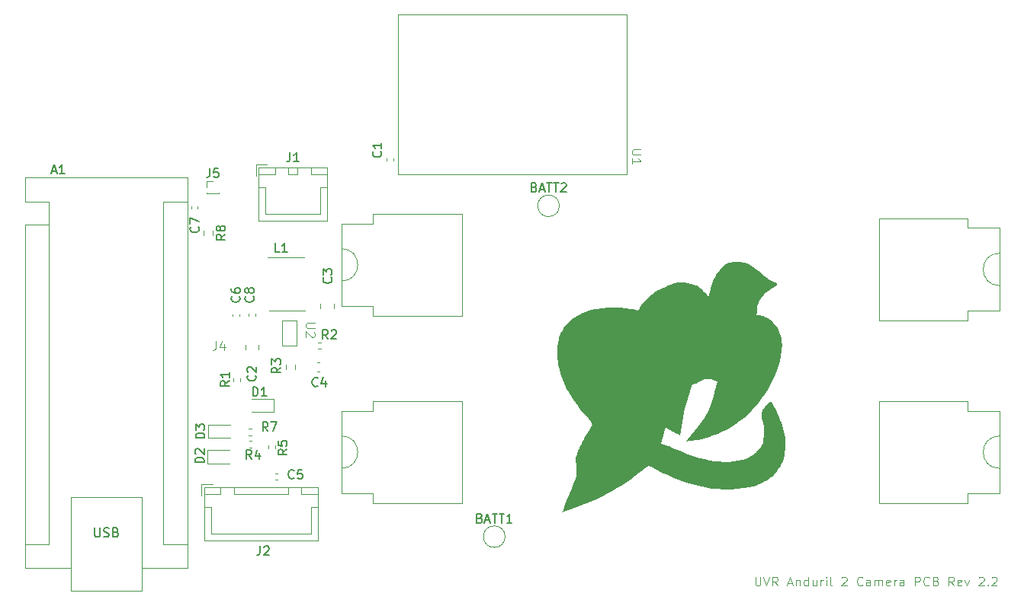
<source format=gbr>
%TF.GenerationSoftware,KiCad,Pcbnew,8.0.8*%
%TF.CreationDate,2025-03-07T18:47:05-08:00*%
%TF.ProjectId,ROCKETRY Camera PCB,524f434b-4554-4525-9920-43616d657261,Rev2.3*%
%TF.SameCoordinates,Original*%
%TF.FileFunction,Legend,Top*%
%TF.FilePolarity,Positive*%
%FSLAX46Y46*%
G04 Gerber Fmt 4.6, Leading zero omitted, Abs format (unit mm)*
G04 Created by KiCad (PCBNEW 8.0.8) date 2025-03-07 18:47:05*
%MOMM*%
%LPD*%
G01*
G04 APERTURE LIST*
%ADD10C,0.000000*%
%ADD11C,0.100000*%
%ADD12C,0.150000*%
%ADD13C,0.120000*%
G04 APERTURE END LIST*
D10*
G36*
X158591928Y-101449563D02*
G01*
X158527277Y-101615520D01*
X158461545Y-101781053D01*
X158394858Y-101946207D01*
X158327345Y-102111021D01*
X158294950Y-102285617D01*
X158265421Y-102460743D01*
X158238690Y-102636322D01*
X158214690Y-102812271D01*
X158163015Y-103203720D01*
X158112372Y-103607571D01*
X158058627Y-104019173D01*
X157930471Y-105021439D01*
X157758483Y-104852478D01*
X157597742Y-104688121D01*
X157521605Y-104606372D01*
X157448297Y-104524218D01*
X157377824Y-104441139D01*
X157310192Y-104356617D01*
X157245408Y-104270134D01*
X157183477Y-104181169D01*
X157124405Y-104089205D01*
X157068198Y-103993722D01*
X157014862Y-103894202D01*
X156964403Y-103790125D01*
X156916826Y-103680974D01*
X156872137Y-103566229D01*
X156879974Y-103427295D01*
X156894918Y-103297178D01*
X156916772Y-103175035D01*
X156945340Y-103060024D01*
X156980425Y-102951300D01*
X157021830Y-102848020D01*
X157069360Y-102749341D01*
X157122818Y-102654419D01*
X157182007Y-102562412D01*
X157246731Y-102472476D01*
X157316793Y-102383767D01*
X157391997Y-102295443D01*
X157472146Y-102206659D01*
X157557044Y-102116573D01*
X157740301Y-101929121D01*
X157948815Y-101710529D01*
X158075783Y-101578429D01*
X158203342Y-101446898D01*
X158459636Y-101184979D01*
X158591928Y-101449563D01*
G37*
G36*
X153455291Y-101974079D02*
G01*
X153697137Y-101978729D01*
X153697137Y-102640188D01*
X153564845Y-102375605D01*
X153274424Y-102482058D01*
X152298295Y-102834689D01*
X151808322Y-103005257D01*
X151315888Y-103169355D01*
X151051304Y-102640188D01*
X151314018Y-102486684D01*
X151439590Y-102416653D01*
X151562442Y-102351258D01*
X151683428Y-102290615D01*
X151803399Y-102234841D01*
X151923208Y-102184051D01*
X152043708Y-102138363D01*
X152165752Y-102097892D01*
X152290192Y-102062756D01*
X152417880Y-102033069D01*
X152549670Y-102008949D01*
X152686414Y-101990512D01*
X152828965Y-101977874D01*
X152978175Y-101971151D01*
X153134897Y-101970461D01*
X153455291Y-101974079D01*
G37*
G36*
X165198998Y-87365991D02*
G01*
X165331101Y-87379239D01*
X165465823Y-87399455D01*
X165603387Y-87426647D01*
X165796145Y-87527472D01*
X165984314Y-87633506D01*
X166168636Y-87744279D01*
X166349856Y-87859317D01*
X166528718Y-87978149D01*
X166705966Y-88100303D01*
X166882343Y-88225307D01*
X167058595Y-88352689D01*
X167356767Y-88561462D01*
X167514659Y-88673339D01*
X167671830Y-88786233D01*
X167984636Y-89014147D01*
X167865062Y-89136601D01*
X167745999Y-89256622D01*
X167626407Y-89374027D01*
X167505249Y-89488632D01*
X167381486Y-89600254D01*
X167318302Y-89654889D01*
X167254079Y-89708709D01*
X167188685Y-89761691D01*
X167121990Y-89813814D01*
X167053866Y-89865052D01*
X166984182Y-89915384D01*
X166870908Y-90022174D01*
X166766964Y-90130742D01*
X166671947Y-90241273D01*
X166585456Y-90353953D01*
X166507090Y-90468967D01*
X166436447Y-90586499D01*
X166373125Y-90706736D01*
X166316722Y-90829862D01*
X166266838Y-90956062D01*
X166223069Y-91085522D01*
X166185015Y-91218426D01*
X166152274Y-91354961D01*
X166124445Y-91495310D01*
X166101125Y-91639660D01*
X166081913Y-91788195D01*
X166066407Y-91941100D01*
X166048046Y-92053085D01*
X166032495Y-92140991D01*
X166025046Y-92178277D01*
X166017428Y-92212377D01*
X166009349Y-92244237D01*
X166000520Y-92274801D01*
X165990649Y-92305013D01*
X165979446Y-92335819D01*
X165966620Y-92368163D01*
X165951880Y-92402991D01*
X165915497Y-92483872D01*
X165867971Y-92586022D01*
X165795669Y-92633994D01*
X165723465Y-92679992D01*
X165578972Y-92766577D01*
X165433738Y-92846795D01*
X165287011Y-92921666D01*
X165138038Y-92992208D01*
X164986065Y-93059440D01*
X164830340Y-93124382D01*
X164670110Y-93188052D01*
X164590008Y-93229069D01*
X164515134Y-93270710D01*
X164445014Y-93313193D01*
X164379176Y-93356736D01*
X164317150Y-93401557D01*
X164258461Y-93447874D01*
X164202638Y-93495905D01*
X164149210Y-93545867D01*
X164097703Y-93597978D01*
X164047646Y-93652456D01*
X163998566Y-93709519D01*
X163949992Y-93769384D01*
X163901450Y-93832270D01*
X163852470Y-93898395D01*
X163751304Y-94041230D01*
X163964210Y-93930126D01*
X164247398Y-93784915D01*
X164526450Y-93640738D01*
X164671645Y-93578777D01*
X164816757Y-93524796D01*
X164961855Y-93478639D01*
X165107003Y-93440153D01*
X165252267Y-93409182D01*
X165397713Y-93385572D01*
X165543407Y-93369169D01*
X165689415Y-93359818D01*
X165835803Y-93357364D01*
X165982637Y-93361653D01*
X166129983Y-93372530D01*
X166277906Y-93389841D01*
X166426473Y-93413431D01*
X166575749Y-93443146D01*
X166725800Y-93478831D01*
X166876693Y-93520332D01*
X167003916Y-93596623D01*
X167126984Y-93677057D01*
X167245839Y-93761621D01*
X167360425Y-93850305D01*
X167470684Y-93943098D01*
X167576558Y-94039989D01*
X167677990Y-94140967D01*
X167774923Y-94246020D01*
X167867298Y-94355138D01*
X167955060Y-94468310D01*
X168038149Y-94585525D01*
X168116510Y-94706771D01*
X168190084Y-94832039D01*
X168258813Y-94961316D01*
X168322642Y-95094592D01*
X168381511Y-95231855D01*
X168419455Y-95625929D01*
X168429595Y-96021050D01*
X168413457Y-96416391D01*
X168372569Y-96811123D01*
X168308458Y-97204418D01*
X168222650Y-97595447D01*
X168116673Y-97983383D01*
X167992053Y-98367397D01*
X167850318Y-98746661D01*
X167692995Y-99120347D01*
X167521610Y-99487626D01*
X167337690Y-99847670D01*
X167142763Y-100199651D01*
X166938356Y-100542741D01*
X166725995Y-100876111D01*
X166507207Y-101198933D01*
X166398409Y-101333931D01*
X166288542Y-101467286D01*
X166177544Y-101599182D01*
X166065351Y-101729807D01*
X165951901Y-101859346D01*
X165837132Y-101987986D01*
X165720982Y-102115913D01*
X165603387Y-102243313D01*
X165280408Y-102593679D01*
X165049818Y-102829454D01*
X164810420Y-103064487D01*
X164562526Y-103297243D01*
X164306448Y-103526190D01*
X164042497Y-103749795D01*
X163770986Y-103966524D01*
X163492225Y-104174844D01*
X163206527Y-104373222D01*
X162914203Y-104560123D01*
X162615564Y-104734016D01*
X162310924Y-104893366D01*
X162000592Y-105036640D01*
X161684882Y-105162305D01*
X161364105Y-105268828D01*
X161038571Y-105354674D01*
X160874119Y-105389365D01*
X160708594Y-105418312D01*
X160748329Y-105332044D01*
X160789818Y-105248065D01*
X160832996Y-105166165D01*
X160877800Y-105086133D01*
X160924166Y-105007758D01*
X160972028Y-104930828D01*
X161021324Y-104855133D01*
X161071989Y-104780462D01*
X161177168Y-104633345D01*
X161287052Y-104487791D01*
X161401128Y-104342110D01*
X161518882Y-104194614D01*
X161715939Y-103931490D01*
X161910207Y-103661624D01*
X162099932Y-103385296D01*
X162283359Y-103102787D01*
X162458733Y-102814378D01*
X162624298Y-102520351D01*
X162778301Y-102220987D01*
X162918986Y-101916566D01*
X163044598Y-101607370D01*
X163153382Y-101293680D01*
X163243583Y-100975776D01*
X163313447Y-100653940D01*
X163361219Y-100328453D01*
X163376271Y-100164429D01*
X163385143Y-99999596D01*
X163387613Y-99833992D01*
X163383464Y-99667650D01*
X163372476Y-99500607D01*
X163354428Y-99332896D01*
X163281383Y-99231617D01*
X163207676Y-99137521D01*
X163132936Y-99050309D01*
X163056795Y-98969682D01*
X162978882Y-98895342D01*
X162898829Y-98826987D01*
X162816265Y-98764320D01*
X162730821Y-98707041D01*
X162642126Y-98654850D01*
X162549813Y-98607449D01*
X162453510Y-98564538D01*
X162352848Y-98525817D01*
X162247458Y-98490988D01*
X162136970Y-98459750D01*
X162021014Y-98431806D01*
X161899221Y-98406855D01*
X161634114Y-98403985D01*
X161379319Y-98419146D01*
X161134042Y-98451420D01*
X160897492Y-98499889D01*
X160668877Y-98563637D01*
X160447405Y-98641745D01*
X160232285Y-98733297D01*
X160022724Y-98837376D01*
X159817932Y-98953064D01*
X159617115Y-99079444D01*
X159419482Y-99215599D01*
X159224242Y-99360611D01*
X159030602Y-99513564D01*
X158837772Y-99673540D01*
X158451368Y-100010891D01*
X158143982Y-100306291D01*
X157846714Y-100611922D01*
X157559579Y-100927279D01*
X157282592Y-101251859D01*
X157015766Y-101585158D01*
X156759117Y-101926673D01*
X156512658Y-102275900D01*
X156276405Y-102632336D01*
X156050370Y-102995477D01*
X155834569Y-103364819D01*
X155629016Y-103739859D01*
X155433725Y-104120092D01*
X155248710Y-104505017D01*
X155073987Y-104894128D01*
X154909569Y-105286922D01*
X154755470Y-105682896D01*
X154490887Y-105550604D01*
X154422108Y-105231915D01*
X154374752Y-104914975D01*
X154347608Y-104599775D01*
X154339471Y-104286303D01*
X154349132Y-103974551D01*
X154375383Y-103664507D01*
X154417016Y-103356161D01*
X154472824Y-103049504D01*
X154541599Y-102744526D01*
X154622133Y-102441215D01*
X154713218Y-102139562D01*
X154813646Y-101839557D01*
X154922210Y-101541190D01*
X155037702Y-101244451D01*
X155284637Y-100655813D01*
X154834536Y-100771568D01*
X153982881Y-100983609D01*
X153328110Y-101136894D01*
X153060701Y-101192048D01*
X152825888Y-101233167D01*
X152618129Y-101260469D01*
X152431881Y-101274172D01*
X152261603Y-101274494D01*
X152101754Y-101261653D01*
X151946791Y-101235868D01*
X151791172Y-101197355D01*
X151629356Y-101146334D01*
X151455800Y-101083022D01*
X151051304Y-100920397D01*
X151073069Y-100879504D01*
X151096454Y-100840504D01*
X151121394Y-100803320D01*
X151147823Y-100767876D01*
X151175676Y-100734093D01*
X151204885Y-100701894D01*
X151235387Y-100671203D01*
X151267114Y-100641942D01*
X151300002Y-100614034D01*
X151333983Y-100587402D01*
X151368994Y-100561968D01*
X151404968Y-100537656D01*
X151479541Y-100492086D01*
X151557176Y-100450075D01*
X151637348Y-100411005D01*
X151719531Y-100374259D01*
X151887824Y-100305266D01*
X152057847Y-100238156D01*
X152142193Y-100203763D01*
X152225392Y-100167988D01*
X152680074Y-99950579D01*
X153122079Y-99721538D01*
X153552029Y-99480990D01*
X153970546Y-99229061D01*
X154378251Y-98965878D01*
X154775768Y-98691566D01*
X155163717Y-98406253D01*
X155542721Y-98110063D01*
X155913402Y-97803124D01*
X156276381Y-97485561D01*
X156632280Y-97157500D01*
X156981721Y-96819068D01*
X157325326Y-96470390D01*
X157663717Y-96111594D01*
X157997516Y-95742804D01*
X158327345Y-95364147D01*
X159416427Y-94108054D01*
X159871131Y-93582495D01*
X160097250Y-93318688D01*
X160322055Y-93053694D01*
X160532692Y-92809983D01*
X160748107Y-92570938D01*
X160968709Y-92337067D01*
X161194905Y-92108879D01*
X161427105Y-91886880D01*
X161665715Y-91671580D01*
X161787553Y-91566600D01*
X161911146Y-91463485D01*
X162036546Y-91362299D01*
X162163804Y-91263105D01*
X162428386Y-91263105D01*
X162438722Y-90957698D01*
X162453213Y-90733986D01*
X162472377Y-90513807D01*
X162496906Y-90297199D01*
X162527492Y-90084200D01*
X162564829Y-89874849D01*
X162609607Y-89669182D01*
X162662520Y-89467239D01*
X162724260Y-89269055D01*
X162795518Y-89074671D01*
X162876988Y-88884123D01*
X162969361Y-88697449D01*
X163073330Y-88514688D01*
X163189588Y-88335876D01*
X163318826Y-88161053D01*
X163461736Y-87990256D01*
X163619012Y-87823522D01*
X163737265Y-87747049D01*
X163855252Y-87677422D01*
X163973194Y-87614649D01*
X164091313Y-87558740D01*
X164209832Y-87509704D01*
X164328972Y-87467552D01*
X164448955Y-87432291D01*
X164570004Y-87403932D01*
X164692340Y-87382484D01*
X164816185Y-87367957D01*
X164941762Y-87360359D01*
X165069292Y-87359700D01*
X165198998Y-87365991D01*
G37*
G36*
X155946096Y-105815187D02*
G01*
X155813804Y-105286022D01*
X155549220Y-105153730D01*
X155646140Y-104987001D01*
X155744618Y-104821177D01*
X155844615Y-104656265D01*
X155946096Y-104492271D01*
X156078387Y-104492271D01*
X155946096Y-105815187D01*
G37*
G36*
X156054464Y-104806534D02*
G01*
X156028777Y-105120657D01*
X156000873Y-105474123D01*
X155990164Y-105536641D01*
X155978471Y-105596921D01*
X155965739Y-105655213D01*
X155951916Y-105711761D01*
X155936948Y-105766814D01*
X155920781Y-105820619D01*
X155903364Y-105873423D01*
X155884642Y-105925472D01*
X155864562Y-105977013D01*
X155843071Y-106028295D01*
X155820116Y-106079563D01*
X155795643Y-106131065D01*
X155741932Y-106235760D01*
X155681512Y-106344355D01*
X155152345Y-106079771D01*
X155946096Y-104492271D01*
X156078387Y-104492271D01*
X156054464Y-104806534D01*
G37*
G36*
X165214938Y-88446158D02*
G01*
X165323786Y-88452631D01*
X165426326Y-88463160D01*
X165523314Y-88477842D01*
X165615507Y-88496778D01*
X165703660Y-88520066D01*
X165788531Y-88547805D01*
X165870875Y-88580095D01*
X165951448Y-88617035D01*
X166031008Y-88658724D01*
X166110310Y-88705262D01*
X166190111Y-88756747D01*
X166271167Y-88813279D01*
X166354234Y-88874957D01*
X166440069Y-88941880D01*
X166529428Y-89014147D01*
X166470331Y-89099963D01*
X166413810Y-89176051D01*
X166386279Y-89210702D01*
X166359109Y-89243226D01*
X166332206Y-89273724D01*
X166305476Y-89302299D01*
X166278825Y-89329053D01*
X166252159Y-89354087D01*
X166225383Y-89377502D01*
X166198404Y-89399401D01*
X166171126Y-89419886D01*
X166143457Y-89439057D01*
X166115302Y-89457018D01*
X166086567Y-89473868D01*
X166057158Y-89489711D01*
X166026980Y-89504648D01*
X165963942Y-89532211D01*
X165896702Y-89557371D01*
X165824505Y-89580941D01*
X165746599Y-89603736D01*
X165662231Y-89626569D01*
X165471095Y-89675605D01*
X165246819Y-89684907D01*
X165168788Y-89687233D01*
X165103159Y-89688008D01*
X165042181Y-89687233D01*
X164978102Y-89684907D01*
X164809636Y-89675605D01*
X164760028Y-89220853D01*
X164677344Y-88749564D01*
X164412761Y-88617272D01*
X164431967Y-88598755D01*
X164451140Y-88581624D01*
X164470300Y-88565823D01*
X164489463Y-88551299D01*
X164508647Y-88537998D01*
X164527870Y-88525866D01*
X164547149Y-88514849D01*
X164566502Y-88504892D01*
X164585947Y-88495943D01*
X164605501Y-88487945D01*
X164625182Y-88480847D01*
X164645007Y-88474593D01*
X164685162Y-88464403D01*
X164726106Y-88456942D01*
X164767981Y-88451779D01*
X164810929Y-88448480D01*
X164855089Y-88446614D01*
X164900603Y-88445749D01*
X164996259Y-88445288D01*
X165099025Y-88443639D01*
X165214938Y-88446158D01*
G37*
G36*
X152206147Y-93226688D02*
G01*
X152771095Y-93247480D01*
X152702431Y-93471465D01*
X152390757Y-94495983D01*
X152282753Y-94848158D01*
X152133383Y-95321867D01*
X152019489Y-95695900D01*
X151934198Y-96004308D01*
X151900131Y-96144542D01*
X151870637Y-96281138D01*
X151844857Y-96418352D01*
X151821933Y-96560440D01*
X151781212Y-96876262D01*
X151741600Y-97262654D01*
X151696225Y-97753665D01*
X151712762Y-98274563D01*
X152023854Y-97969155D01*
X152452058Y-97561237D01*
X152896395Y-97153266D01*
X153124863Y-96952204D01*
X153357665Y-96754662D01*
X153594902Y-96561816D01*
X153836672Y-96374845D01*
X154083077Y-96194925D01*
X154334217Y-96023235D01*
X154590191Y-95860952D01*
X154851101Y-95709254D01*
X155117046Y-95569317D01*
X155388127Y-95442320D01*
X155664443Y-95329440D01*
X155946096Y-95231855D01*
X156244268Y-95261828D01*
X156349559Y-95273713D01*
X156440122Y-95285599D01*
X156526809Y-95299035D01*
X156620473Y-95315571D01*
X156872137Y-95364147D01*
X156869484Y-95439597D01*
X156861681Y-95514048D01*
X156848966Y-95587516D01*
X156831575Y-95660016D01*
X156809746Y-95731564D01*
X156783713Y-95802174D01*
X156753715Y-95871863D01*
X156719988Y-95940645D01*
X156682768Y-96008536D01*
X156642293Y-96075551D01*
X156552521Y-96207015D01*
X156452565Y-96335161D01*
X156344320Y-96460110D01*
X156229678Y-96581986D01*
X156110532Y-96700911D01*
X155866304Y-96930401D01*
X155626781Y-97149561D01*
X155513518Y-97255574D01*
X155407110Y-97359374D01*
X155146319Y-97596417D01*
X154880477Y-97824804D01*
X154609747Y-98044889D01*
X154334288Y-98257030D01*
X154054262Y-98461582D01*
X153769829Y-98658901D01*
X153481150Y-98849345D01*
X153188386Y-99033269D01*
X152891698Y-99211029D01*
X152591247Y-99382981D01*
X152287192Y-99549482D01*
X151979696Y-99710888D01*
X151355021Y-100019838D01*
X150718508Y-100312682D01*
X150564925Y-100378266D01*
X150444692Y-100430949D01*
X150347755Y-100476301D01*
X150304882Y-100497969D01*
X150264063Y-100519894D01*
X150224041Y-100542772D01*
X150183561Y-100567300D01*
X150141366Y-100594173D01*
X150096199Y-100624089D01*
X149991922Y-100695834D01*
X149860679Y-100788105D01*
X150118452Y-100938636D01*
X150373248Y-101080708D01*
X150627529Y-101213582D01*
X150755246Y-101276339D01*
X150883757Y-101336520D01*
X151013369Y-101394032D01*
X151144391Y-101448783D01*
X151277129Y-101500681D01*
X151411893Y-101549634D01*
X151548989Y-101595549D01*
X151688724Y-101638334D01*
X151831407Y-101677897D01*
X151977346Y-101714146D01*
X151923237Y-101766754D01*
X151871153Y-101814326D01*
X151820641Y-101857293D01*
X151771247Y-101896088D01*
X151722518Y-101931143D01*
X151674002Y-101962892D01*
X151625246Y-101991768D01*
X151575797Y-102018202D01*
X151525202Y-102042627D01*
X151473008Y-102065476D01*
X151418763Y-102087182D01*
X151362014Y-102108177D01*
X151239189Y-102149767D01*
X151100913Y-102193705D01*
X150773285Y-102298090D01*
X150522137Y-102375605D01*
X150220378Y-102057318D01*
X149925679Y-101730146D01*
X149639809Y-101394129D01*
X149364542Y-101049305D01*
X149101647Y-100695717D01*
X148852898Y-100333403D01*
X148620064Y-99962403D01*
X148404918Y-99582759D01*
X148209231Y-99194510D01*
X148034774Y-98797695D01*
X147883319Y-98392356D01*
X147756638Y-97978532D01*
X147656501Y-97556263D01*
X147616941Y-97341975D01*
X147584681Y-97125590D01*
X147559943Y-96907114D01*
X147542949Y-96686552D01*
X147533919Y-96463909D01*
X147533075Y-96239190D01*
X147547069Y-96057748D01*
X147568380Y-95887470D01*
X147596998Y-95727284D01*
X147632911Y-95576115D01*
X147676108Y-95432887D01*
X147726578Y-95296527D01*
X147784308Y-95165961D01*
X147849287Y-95040114D01*
X147921504Y-94917912D01*
X148000947Y-94798280D01*
X148087605Y-94680144D01*
X148181466Y-94562430D01*
X148282519Y-94444063D01*
X148390752Y-94323969D01*
X148628713Y-94074303D01*
X148870739Y-93907368D01*
X149113811Y-93762801D01*
X149358186Y-93639103D01*
X149604122Y-93534772D01*
X149851879Y-93448309D01*
X150101713Y-93378214D01*
X150353882Y-93322987D01*
X150608646Y-93281127D01*
X150866261Y-93251135D01*
X151126986Y-93231511D01*
X151391079Y-93220754D01*
X151658798Y-93217365D01*
X152206147Y-93226688D01*
G37*
G36*
X158812659Y-89607171D02*
G01*
X158955118Y-89615671D01*
X159097259Y-89632984D01*
X159238980Y-89659677D01*
X159380178Y-89696315D01*
X159520751Y-89743466D01*
X159660598Y-89801696D01*
X159747761Y-89860792D01*
X159832461Y-89920910D01*
X159914606Y-89982278D01*
X159994105Y-90045128D01*
X160070868Y-90109688D01*
X160144803Y-90176189D01*
X160215819Y-90244860D01*
X160283825Y-90315933D01*
X160348730Y-90389635D01*
X160410444Y-90466198D01*
X160468874Y-90545852D01*
X160523930Y-90628825D01*
X160575521Y-90715349D01*
X160623557Y-90805653D01*
X160667945Y-90899968D01*
X160708594Y-90998522D01*
X160690363Y-91073124D01*
X160669690Y-91141615D01*
X160646517Y-91204609D01*
X160620782Y-91262721D01*
X160592425Y-91316564D01*
X160561384Y-91366751D01*
X160527599Y-91413897D01*
X160491010Y-91458615D01*
X160451555Y-91501519D01*
X160409173Y-91543222D01*
X160363805Y-91584339D01*
X160315388Y-91625483D01*
X160209168Y-91710308D01*
X160090028Y-91802607D01*
X159990986Y-91886566D01*
X159895237Y-91972816D01*
X159802524Y-92061225D01*
X159712592Y-92151659D01*
X159625186Y-92243988D01*
X159540049Y-92338077D01*
X159456927Y-92433795D01*
X159375563Y-92531009D01*
X159217089Y-92729397D01*
X159062582Y-92932181D01*
X158757293Y-93346699D01*
X158531306Y-93651854D01*
X158304608Y-93956481D01*
X158105783Y-94227137D01*
X158047399Y-94297031D01*
X158022760Y-94325819D01*
X158000296Y-94351170D01*
X157979364Y-94373588D01*
X157959319Y-94393576D01*
X157939516Y-94411636D01*
X157919312Y-94428271D01*
X157898061Y-94443984D01*
X157875120Y-94459278D01*
X157849844Y-94474655D01*
X157821589Y-94490619D01*
X157789710Y-94507673D01*
X157753563Y-94526318D01*
X157665887Y-94570396D01*
X157401303Y-94438106D01*
X157167548Y-94416254D01*
X156939585Y-94406142D01*
X156717020Y-94407607D01*
X156499459Y-94420484D01*
X156286507Y-94444610D01*
X156077770Y-94479820D01*
X155872852Y-94525951D01*
X155671359Y-94582837D01*
X155472896Y-94650317D01*
X155277069Y-94728225D01*
X155083483Y-94816397D01*
X154891743Y-94914670D01*
X154701455Y-95022880D01*
X154512224Y-95140862D01*
X154323655Y-95268453D01*
X154135353Y-95405488D01*
X153937504Y-95571442D01*
X153743343Y-95740730D01*
X153552566Y-95913226D01*
X153364869Y-96088802D01*
X153179948Y-96267330D01*
X152997500Y-96448683D01*
X152817220Y-96632734D01*
X152638804Y-96819355D01*
X152618419Y-96768576D01*
X152600594Y-96718320D01*
X152585243Y-96668556D01*
X152572279Y-96619254D01*
X152561617Y-96570386D01*
X152553169Y-96521921D01*
X152546851Y-96473830D01*
X152542576Y-96426083D01*
X152539810Y-96331504D01*
X152544182Y-96237944D01*
X152555004Y-96145168D01*
X152571587Y-96052938D01*
X152593241Y-95961016D01*
X152619279Y-95869166D01*
X152649011Y-95777149D01*
X152681748Y-95684730D01*
X152828973Y-95306270D01*
X152938108Y-95022759D01*
X153104099Y-94627625D01*
X153285056Y-94234900D01*
X153480984Y-93846178D01*
X153691889Y-93463055D01*
X153917778Y-93087122D01*
X154158654Y-92719975D01*
X154414525Y-92363206D01*
X154685396Y-92018411D01*
X154971272Y-91687181D01*
X155272159Y-91371112D01*
X155588063Y-91071796D01*
X155918990Y-90790829D01*
X156264945Y-90529803D01*
X156625933Y-90290312D01*
X157001962Y-90073950D01*
X157393035Y-89882311D01*
X157533059Y-89833827D01*
X157673786Y-89788492D01*
X157815113Y-89746874D01*
X157956940Y-89709538D01*
X158099164Y-89677051D01*
X158241682Y-89649979D01*
X158384393Y-89628889D01*
X158527194Y-89614347D01*
X158669984Y-89606919D01*
X158812659Y-89607171D01*
G37*
G36*
X164780816Y-86548055D02*
G01*
X164932288Y-86559410D01*
X165083640Y-86576834D01*
X165234737Y-86600072D01*
X165385443Y-86628870D01*
X165535623Y-86662972D01*
X165685142Y-86702123D01*
X165833863Y-86746069D01*
X165969026Y-86810367D01*
X166100202Y-86877904D01*
X166227708Y-86948576D01*
X166351863Y-87022278D01*
X166472982Y-87098907D01*
X166591385Y-87178358D01*
X166707387Y-87260526D01*
X166821307Y-87345308D01*
X166933461Y-87432600D01*
X167044167Y-87522297D01*
X167262505Y-87708491D01*
X167478858Y-87903056D01*
X167695766Y-88105159D01*
X167773988Y-88170258D01*
X167852623Y-88231973D01*
X167931754Y-88290558D01*
X168011462Y-88346264D01*
X168091830Y-88399343D01*
X168172941Y-88450046D01*
X168254876Y-88498626D01*
X168337718Y-88545335D01*
X168421549Y-88590423D01*
X168506451Y-88634144D01*
X168679798Y-88718491D01*
X168858419Y-88800390D01*
X169042970Y-88881856D01*
X169042970Y-89146439D01*
X168903637Y-89245884D01*
X168850685Y-89282550D01*
X168800349Y-89316067D01*
X168746234Y-89350601D01*
X168681945Y-89390319D01*
X168497266Y-89501973D01*
X168228930Y-89680873D01*
X168100948Y-89769754D01*
X167977473Y-89859321D01*
X167858792Y-89950370D01*
X167745190Y-90043701D01*
X167636955Y-90140111D01*
X167534373Y-90240399D01*
X167437730Y-90345363D01*
X167347315Y-90455802D01*
X167263412Y-90572513D01*
X167186309Y-90696294D01*
X167116292Y-90827945D01*
X167084030Y-90896970D01*
X167053648Y-90968262D01*
X167025180Y-91041921D01*
X166998663Y-91118045D01*
X166974133Y-91196735D01*
X166951625Y-91278091D01*
X166904134Y-91571442D01*
X166861913Y-91864498D01*
X166825144Y-92158260D01*
X166794011Y-92453730D01*
X167207423Y-92486803D01*
X167374388Y-92523769D01*
X167532200Y-92568105D01*
X167681503Y-92619703D01*
X167822942Y-92678449D01*
X167957159Y-92744234D01*
X168084800Y-92816946D01*
X168206508Y-92896475D01*
X168322928Y-92982709D01*
X168434702Y-93075538D01*
X168542475Y-93174850D01*
X168646891Y-93280536D01*
X168748594Y-93392483D01*
X168848228Y-93510581D01*
X168946437Y-93634718D01*
X169043864Y-93764785D01*
X169141154Y-93900670D01*
X169259166Y-94112590D01*
X169358441Y-94329123D01*
X169440035Y-94549779D01*
X169505010Y-94774073D01*
X169554423Y-95001516D01*
X169589333Y-95231620D01*
X169610798Y-95463899D01*
X169619879Y-95697863D01*
X169617632Y-95933026D01*
X169605118Y-96168900D01*
X169583395Y-96404997D01*
X169553521Y-96640830D01*
X169516556Y-96875911D01*
X169473558Y-97109752D01*
X169373698Y-97571764D01*
X169216451Y-98125371D01*
X169030302Y-98671335D01*
X168816368Y-99208543D01*
X168575769Y-99735881D01*
X168309623Y-100252238D01*
X168019049Y-100756501D01*
X167705167Y-101247557D01*
X167369093Y-101724293D01*
X167011948Y-102185596D01*
X166634849Y-102630355D01*
X166238916Y-103057455D01*
X165825267Y-103465785D01*
X165395021Y-103854232D01*
X164949297Y-104221683D01*
X164489213Y-104567026D01*
X164015887Y-104889147D01*
X163720287Y-105056967D01*
X163423085Y-105216423D01*
X163124093Y-105367347D01*
X162823122Y-105509572D01*
X162519986Y-105642930D01*
X162214496Y-105767253D01*
X161906464Y-105882373D01*
X161595703Y-105988123D01*
X161282025Y-106084334D01*
X160965241Y-106170839D01*
X160645164Y-106247471D01*
X160321605Y-106314060D01*
X159994378Y-106370441D01*
X159663294Y-106416444D01*
X159328165Y-106451901D01*
X158988803Y-106476646D01*
X159134822Y-106282925D01*
X159930447Y-105314242D01*
X160255764Y-104908831D01*
X160539185Y-104543499D01*
X160785533Y-104208840D01*
X160999632Y-103895449D01*
X161186308Y-103593921D01*
X161350385Y-103294850D01*
X161496688Y-102988830D01*
X161630041Y-102666457D01*
X161755268Y-102318323D01*
X161877195Y-101935024D01*
X162000646Y-101507154D01*
X162130445Y-101025308D01*
X162428386Y-99862063D01*
X162337078Y-99803972D01*
X162247748Y-99752753D01*
X162159984Y-99708123D01*
X162073371Y-99669796D01*
X161987496Y-99637485D01*
X161901944Y-99610906D01*
X161816302Y-99589772D01*
X161730155Y-99573797D01*
X161643091Y-99562697D01*
X161554695Y-99556186D01*
X161464554Y-99553977D01*
X161372253Y-99555786D01*
X161277379Y-99561326D01*
X161179517Y-99570312D01*
X161078255Y-99582459D01*
X160973178Y-99597480D01*
X160863879Y-99642833D01*
X160756652Y-99689923D01*
X160651107Y-99738785D01*
X160546855Y-99789453D01*
X160443507Y-99841964D01*
X160340672Y-99896350D01*
X160237962Y-99952648D01*
X160134986Y-100010891D01*
X160061806Y-100049100D01*
X160031180Y-100064558D01*
X160003583Y-100077812D01*
X159978306Y-100089032D01*
X159954638Y-100098386D01*
X159931870Y-100106045D01*
X159909290Y-100112178D01*
X159886190Y-100116954D01*
X159861859Y-100120543D01*
X159835587Y-100123114D01*
X159806664Y-100124838D01*
X159774380Y-100125884D01*
X159738025Y-100126421D01*
X159650262Y-100126647D01*
X159512000Y-100584000D01*
X159375343Y-101041836D01*
X159250850Y-101452121D01*
X159123162Y-101861424D01*
X158982556Y-102349834D01*
X158857673Y-102839107D01*
X158746526Y-103329642D01*
X158647131Y-103821837D01*
X158557501Y-104316090D01*
X158475650Y-104812801D01*
X158327345Y-105815187D01*
X158079078Y-105695755D01*
X157831251Y-105575409D01*
X157552199Y-105440535D01*
X157457691Y-105388758D01*
X157380213Y-105345006D01*
X157344885Y-105324120D01*
X157310244Y-105302816D01*
X157275100Y-105280288D01*
X157238264Y-105255727D01*
X157198546Y-105228326D01*
X157154754Y-105197277D01*
X157050194Y-105121005D01*
X156915065Y-105020448D01*
X156739845Y-104889147D01*
X156210678Y-106741230D01*
X157004429Y-107005814D01*
X157143362Y-107063866D01*
X157281853Y-107122977D01*
X157419867Y-107183192D01*
X157557367Y-107244558D01*
X158522666Y-107654018D01*
X159017687Y-107847688D01*
X159519711Y-108030313D01*
X160027808Y-108199141D01*
X160541047Y-108351419D01*
X161058494Y-108484392D01*
X161579218Y-108595308D01*
X162102288Y-108681413D01*
X162626772Y-108739955D01*
X163151737Y-108768179D01*
X163676253Y-108763334D01*
X164199387Y-108722665D01*
X164720208Y-108643419D01*
X165237783Y-108522844D01*
X165495063Y-108446197D01*
X165751182Y-108358185D01*
X165902043Y-108288124D01*
X166046146Y-108213578D01*
X166183762Y-108134460D01*
X166315160Y-108050682D01*
X166440610Y-107962158D01*
X166560381Y-107868802D01*
X166674743Y-107770525D01*
X166783965Y-107667240D01*
X166888318Y-107558862D01*
X166988070Y-107445303D01*
X167083492Y-107326476D01*
X167174852Y-107202294D01*
X167262422Y-107072670D01*
X167346470Y-106937518D01*
X167427265Y-106796749D01*
X167505078Y-106650278D01*
X167558457Y-106335293D01*
X167580567Y-106175999D01*
X167599231Y-106015800D01*
X167614155Y-105854919D01*
X167625044Y-105693576D01*
X167631604Y-105531995D01*
X167633539Y-105370397D01*
X167630556Y-105209004D01*
X167622360Y-105048039D01*
X167608655Y-104887724D01*
X167589148Y-104728280D01*
X167563544Y-104569930D01*
X167531548Y-104412896D01*
X167492865Y-104257400D01*
X167447202Y-104103664D01*
X167400532Y-103945655D01*
X167381425Y-103874442D01*
X167365317Y-103807369D01*
X167352346Y-103743642D01*
X167342646Y-103682470D01*
X167336353Y-103623061D01*
X167333604Y-103564624D01*
X167334533Y-103506366D01*
X167339278Y-103447496D01*
X167347974Y-103387221D01*
X167360756Y-103324750D01*
X167377761Y-103259290D01*
X167399124Y-103190051D01*
X167424982Y-103116239D01*
X167455470Y-103037064D01*
X167546013Y-102912951D01*
X167638105Y-102790849D01*
X167732211Y-102670946D01*
X167828796Y-102553430D01*
X167928325Y-102438491D01*
X168031261Y-102326317D01*
X168138071Y-102217098D01*
X168193074Y-102163655D01*
X168249219Y-102111021D01*
X168513803Y-102111021D01*
X169026433Y-103185892D01*
X169172677Y-103490782D01*
X169312251Y-103797850D01*
X169441794Y-104110047D01*
X169560415Y-104426848D01*
X169667228Y-104747729D01*
X169761343Y-105072166D01*
X169841872Y-105399633D01*
X169907926Y-105729606D01*
X169958617Y-106061561D01*
X169993056Y-106394973D01*
X170010354Y-106729318D01*
X170009623Y-107064071D01*
X169989974Y-107398709D01*
X169950518Y-107732705D01*
X169890368Y-108065536D01*
X169808635Y-108396678D01*
X169704429Y-108725605D01*
X169584906Y-108973654D01*
X169457460Y-109208657D01*
X169321948Y-109431088D01*
X169178225Y-109641423D01*
X169026149Y-109840135D01*
X168865575Y-110027700D01*
X168696362Y-110204592D01*
X168518364Y-110371286D01*
X168331438Y-110528257D01*
X168135442Y-110675980D01*
X167930231Y-110814930D01*
X167715662Y-110945580D01*
X167491592Y-111068407D01*
X167257877Y-111183885D01*
X167014373Y-111292488D01*
X166760938Y-111394691D01*
X166055218Y-111579873D01*
X165345347Y-111715359D01*
X164632579Y-111803364D01*
X163918167Y-111846106D01*
X163203364Y-111845800D01*
X162489424Y-111804663D01*
X161777600Y-111724911D01*
X161069147Y-111608759D01*
X160365316Y-111458424D01*
X159667362Y-111276122D01*
X158976539Y-111064069D01*
X158294099Y-110824482D01*
X157621296Y-110559576D01*
X156959383Y-110271568D01*
X156309615Y-109962674D01*
X155673244Y-109635109D01*
X155246913Y-109394297D01*
X155134429Y-109337783D01*
X155087830Y-109315302D01*
X155046444Y-109296528D01*
X155009361Y-109281358D01*
X154975668Y-109269684D01*
X154944455Y-109261401D01*
X154929494Y-109258498D01*
X154914810Y-109256403D01*
X154900291Y-109255103D01*
X154885822Y-109254583D01*
X154871289Y-109254833D01*
X154856578Y-109255837D01*
X154826169Y-109260057D01*
X154793682Y-109267138D01*
X154758206Y-109276974D01*
X154718829Y-109289459D01*
X154624729Y-109321951D01*
X154408490Y-109485046D01*
X154195012Y-109651259D01*
X153983930Y-109820516D01*
X153774878Y-109992743D01*
X153308175Y-110365963D01*
X152827145Y-110723717D01*
X152332934Y-111066551D01*
X151826688Y-111395012D01*
X151309555Y-111709644D01*
X150782681Y-112010995D01*
X150247212Y-112299610D01*
X149704297Y-112576036D01*
X149155080Y-112840818D01*
X148600710Y-113094502D01*
X147481094Y-113570764D01*
X146354623Y-114009189D01*
X145230471Y-114414146D01*
X145333731Y-114095455D01*
X145441529Y-113779405D01*
X145553674Y-113465614D01*
X145669980Y-113153700D01*
X145790259Y-112843278D01*
X145914322Y-112533966D01*
X146173049Y-111917141D01*
X146455202Y-111256716D01*
X146579807Y-110966875D01*
X146641698Y-110809392D01*
X146669257Y-110733021D01*
X146694592Y-110657820D01*
X146717729Y-110583480D01*
X146738693Y-110509692D01*
X146757511Y-110436148D01*
X146774207Y-110362540D01*
X146788809Y-110288558D01*
X146801340Y-110213895D01*
X146811828Y-110138242D01*
X146820297Y-110061291D01*
X146826774Y-109982732D01*
X146831285Y-109902258D01*
X146833854Y-109819560D01*
X146834507Y-109734329D01*
X146835541Y-109433571D01*
X146833171Y-109329016D01*
X146830191Y-109246689D01*
X146828088Y-109211580D01*
X146825370Y-109179293D01*
X146821886Y-109148913D01*
X146817480Y-109119530D01*
X146812000Y-109090231D01*
X146805291Y-109060104D01*
X146797201Y-109028237D01*
X146787574Y-108993717D01*
X146763099Y-108913072D01*
X146730638Y-108810871D01*
X146721199Y-108720118D01*
X146716559Y-108633141D01*
X146716454Y-108549461D01*
X146720623Y-108468598D01*
X146728800Y-108390071D01*
X146740724Y-108313401D01*
X146756131Y-108238108D01*
X146774759Y-108163713D01*
X146796344Y-108089734D01*
X146820623Y-108015692D01*
X146847333Y-107941108D01*
X146876211Y-107865501D01*
X147008140Y-107543247D01*
X147114077Y-107283154D01*
X147231877Y-107014187D01*
X147356207Y-106749524D01*
X147486810Y-106488753D01*
X147623426Y-106231467D01*
X147765795Y-105977253D01*
X147913658Y-105725702D01*
X148066756Y-105476405D01*
X148224829Y-105228951D01*
X148276252Y-105149398D01*
X148316824Y-105085155D01*
X148334187Y-105056561D01*
X148350213Y-105029139D01*
X148365360Y-105002002D01*
X148380086Y-104974266D01*
X148394850Y-104945046D01*
X148410111Y-104913455D01*
X148443953Y-104839623D01*
X148485281Y-104745686D01*
X148537762Y-104624563D01*
X148513974Y-104543362D01*
X148485945Y-104465824D01*
X148453950Y-104391624D01*
X148418263Y-104320436D01*
X148379160Y-104251935D01*
X148336912Y-104185796D01*
X148291796Y-104121694D01*
X148244085Y-104059304D01*
X148194054Y-103998299D01*
X148141976Y-103938356D01*
X148032777Y-103820352D01*
X147801890Y-103582766D01*
X147519373Y-103261819D01*
X147239400Y-102924751D01*
X146963960Y-102572818D01*
X146695043Y-102207274D01*
X146434641Y-101829377D01*
X146184742Y-101440380D01*
X145947338Y-101041541D01*
X145724417Y-100634114D01*
X145517971Y-100219355D01*
X145329990Y-99798521D01*
X145162463Y-99372866D01*
X145017381Y-98943646D01*
X144896734Y-98512116D01*
X144802512Y-98079534D01*
X144736706Y-97647153D01*
X144701304Y-97216230D01*
X144675983Y-96849327D01*
X144670580Y-96606322D01*
X144674020Y-96366691D01*
X144686523Y-96130422D01*
X144708312Y-95897504D01*
X144739607Y-95667925D01*
X144780631Y-95441673D01*
X144831604Y-95218737D01*
X144892748Y-94999105D01*
X144964284Y-94782766D01*
X145046435Y-94569708D01*
X145139420Y-94359920D01*
X145243462Y-94153390D01*
X145358782Y-93950106D01*
X145485601Y-93750058D01*
X145624141Y-93553232D01*
X145774624Y-93359618D01*
X146042667Y-93113443D01*
X146319521Y-92890334D01*
X146604752Y-92689303D01*
X146897926Y-92509361D01*
X147198609Y-92349519D01*
X147506368Y-92208789D01*
X147820769Y-92086183D01*
X148141378Y-91980712D01*
X148467761Y-91891387D01*
X148799484Y-91817220D01*
X149136113Y-91757222D01*
X149477215Y-91710405D01*
X149822355Y-91675781D01*
X150171101Y-91652360D01*
X150523018Y-91639155D01*
X150877671Y-91635176D01*
X151191541Y-91634917D01*
X151509969Y-91642058D01*
X151825689Y-91657655D01*
X152139309Y-91681633D01*
X152451435Y-91713915D01*
X152762674Y-91754425D01*
X153073633Y-91803087D01*
X153384918Y-91859825D01*
X153697137Y-91924563D01*
X153796355Y-91696154D01*
X153868093Y-91571298D01*
X153944310Y-91449304D01*
X154024836Y-91330143D01*
X154109500Y-91213784D01*
X154198130Y-91100197D01*
X154290557Y-90989354D01*
X154486118Y-90775780D01*
X154694815Y-90572824D01*
X154915284Y-90380248D01*
X155146158Y-90197817D01*
X155386072Y-90025293D01*
X155633660Y-89862438D01*
X155887557Y-89709017D01*
X156146396Y-89564793D01*
X156408812Y-89429528D01*
X156673440Y-89302985D01*
X156938913Y-89184928D01*
X157203866Y-89075120D01*
X157466932Y-88973323D01*
X157648569Y-88927789D01*
X157830386Y-88891354D01*
X158012234Y-88863913D01*
X158193967Y-88845364D01*
X158375435Y-88835604D01*
X158556491Y-88834528D01*
X158736986Y-88842034D01*
X158916771Y-88858018D01*
X159095698Y-88882378D01*
X159273620Y-88915010D01*
X159450387Y-88955810D01*
X159625852Y-89004676D01*
X159799866Y-89061505D01*
X159972281Y-89126192D01*
X160142949Y-89198635D01*
X160311721Y-89278730D01*
X160402502Y-89343236D01*
X160490457Y-89408044D01*
X160575723Y-89473372D01*
X160658439Y-89539439D01*
X160738742Y-89606463D01*
X160816770Y-89674662D01*
X160892663Y-89744255D01*
X160966557Y-89815461D01*
X161038591Y-89888497D01*
X161108903Y-89963582D01*
X161177631Y-90040935D01*
X161244913Y-90120774D01*
X161310887Y-90203317D01*
X161375692Y-90288782D01*
X161439466Y-90377389D01*
X161502345Y-90469356D01*
X161561256Y-90173249D01*
X161676072Y-89687834D01*
X161740729Y-89445025D01*
X161811354Y-89203463D01*
X161888800Y-88964135D01*
X161973918Y-88728027D01*
X162067560Y-88496125D01*
X162170579Y-88269417D01*
X162283826Y-88048887D01*
X162408154Y-87835523D01*
X162544415Y-87630311D01*
X162693460Y-87434238D01*
X162856142Y-87248289D01*
X163033312Y-87073451D01*
X163225824Y-86910711D01*
X163434528Y-86761055D01*
X163580983Y-86706311D01*
X163728537Y-86659932D01*
X163877055Y-86621662D01*
X164026402Y-86591246D01*
X164176441Y-86568429D01*
X164327037Y-86552957D01*
X164478055Y-86544574D01*
X164629360Y-86543025D01*
X164780816Y-86548055D01*
G37*
G36*
X149991937Y-105764029D02*
G01*
X150187436Y-105929361D01*
X150384643Y-106092082D01*
X150583439Y-106252495D01*
X150783702Y-106410906D01*
X151188146Y-106722938D01*
X151597007Y-107030617D01*
X151873476Y-107239132D01*
X152046915Y-107367973D01*
X152220698Y-107494670D01*
X152395352Y-107618982D01*
X152571410Y-107740672D01*
X152749399Y-107859502D01*
X152929851Y-107975231D01*
X153113296Y-108087623D01*
X153300262Y-108196438D01*
X153283096Y-108245418D01*
X153264957Y-108292371D01*
X153245855Y-108337384D01*
X153225802Y-108380547D01*
X153204809Y-108421948D01*
X153182887Y-108461675D01*
X153160049Y-108499816D01*
X153136306Y-108536461D01*
X153111668Y-108571698D01*
X153086148Y-108605615D01*
X153032506Y-108669843D01*
X152975472Y-108729852D01*
X152915137Y-108786352D01*
X152851592Y-108840048D01*
X152784929Y-108891650D01*
X152715241Y-108941864D01*
X152642617Y-108991399D01*
X152324611Y-109196894D01*
X152063031Y-109369137D01*
X151788869Y-109543034D01*
X151512695Y-109712919D01*
X151234614Y-109879160D01*
X150954734Y-110042128D01*
X150673160Y-110202190D01*
X150389998Y-110359716D01*
X149819338Y-110668638D01*
X149486606Y-110847471D01*
X149175966Y-111009186D01*
X148899336Y-111153719D01*
X148670054Y-111239145D01*
X148405471Y-111106854D01*
X148594090Y-110709980D01*
X148885679Y-110142525D01*
X149107883Y-109693349D01*
X149197119Y-109500034D01*
X149273994Y-109320593D01*
X149340168Y-109149793D01*
X149397304Y-108982401D01*
X149447062Y-108813186D01*
X149491105Y-108636914D01*
X149531095Y-108448355D01*
X149568692Y-108242275D01*
X149643355Y-107756624D01*
X149728388Y-107138105D01*
X148934637Y-106873522D01*
X148997111Y-106676356D01*
X149063563Y-106486117D01*
X149134890Y-106301523D01*
X149211991Y-106121290D01*
X149295763Y-105944136D01*
X149387106Y-105768777D01*
X149486918Y-105593930D01*
X149596096Y-105418312D01*
X149991937Y-105764029D01*
G37*
G36*
X153564845Y-105021439D02*
G01*
X152833728Y-104472067D01*
X152591649Y-104288054D01*
X152403986Y-104142526D01*
X152249810Y-104019013D01*
X152108190Y-103901042D01*
X151778908Y-103615839D01*
X151435777Y-103321283D01*
X151352537Y-103226435D01*
X151318860Y-103186024D01*
X151289985Y-103148701D01*
X151277232Y-103130824D01*
X151265542Y-103113272D01*
X151254868Y-103095897D01*
X151245163Y-103078548D01*
X151236382Y-103061077D01*
X151228479Y-103043336D01*
X151221406Y-103025175D01*
X151215118Y-103006445D01*
X151209570Y-102986998D01*
X151204714Y-102966684D01*
X151200504Y-102945354D01*
X151196894Y-102922861D01*
X151193839Y-102899053D01*
X151191292Y-102873784D01*
X151187536Y-102818262D01*
X151185258Y-102755104D01*
X151184088Y-102683118D01*
X151183596Y-102507896D01*
X151329702Y-102440315D01*
X151476311Y-102373823D01*
X151770640Y-102243313D01*
X152100852Y-102094484D01*
X152237077Y-102056276D01*
X152296774Y-102040818D01*
X152353978Y-102027563D01*
X152411027Y-102016344D01*
X152470261Y-102006990D01*
X152534016Y-101999331D01*
X152604633Y-101993199D01*
X152684448Y-101988423D01*
X152775800Y-101984834D01*
X152881027Y-101982262D01*
X153002468Y-101980538D01*
X153303345Y-101978955D01*
X153697137Y-101978729D01*
X153564845Y-105021439D01*
G37*
G36*
X149018595Y-105036501D02*
G01*
X149096597Y-105053406D01*
X149169235Y-105072346D01*
X149237099Y-105093515D01*
X149300777Y-105117108D01*
X149360861Y-105143317D01*
X149417939Y-105172337D01*
X149472602Y-105204361D01*
X149525440Y-105239583D01*
X149577043Y-105278196D01*
X149628000Y-105320395D01*
X149678902Y-105366373D01*
X149730338Y-105416323D01*
X149782898Y-105470439D01*
X149837173Y-105528916D01*
X149893752Y-105591946D01*
X150122881Y-105823358D01*
X150358848Y-106048961D01*
X150601143Y-106268985D01*
X150849254Y-106483659D01*
X151102669Y-106693210D01*
X151360877Y-106897867D01*
X151623366Y-107097860D01*
X151889624Y-107293417D01*
X152431404Y-107672136D01*
X152982123Y-108035854D01*
X153537690Y-108386401D01*
X154094012Y-108725605D01*
X153749651Y-109063898D01*
X153393526Y-109386193D01*
X153026481Y-109693532D01*
X152649360Y-109986957D01*
X152263005Y-110267508D01*
X151868260Y-110536228D01*
X151465967Y-110794158D01*
X151056969Y-111042340D01*
X150642110Y-111281815D01*
X150222233Y-111513625D01*
X149370795Y-111958415D01*
X148509401Y-112385043D01*
X147644794Y-112801842D01*
X147360735Y-112939590D01*
X147277541Y-112977780D01*
X147193899Y-113014987D01*
X147025489Y-113086878D01*
X146855938Y-113156107D01*
X146685679Y-113223520D01*
X146421096Y-113091229D01*
X146514049Y-112887333D01*
X146933726Y-111958483D01*
X147079970Y-111637829D01*
X147237909Y-111275583D01*
X147379604Y-110921760D01*
X147443553Y-110746611D01*
X147502472Y-110571894D01*
X147556038Y-110397050D01*
X147603930Y-110221519D01*
X147645823Y-110044746D01*
X147681395Y-109866170D01*
X147710324Y-109685233D01*
X147732286Y-109501378D01*
X147746959Y-109314046D01*
X147754019Y-109122679D01*
X147753145Y-108926718D01*
X147744013Y-108725605D01*
X147583815Y-108498228D01*
X147568529Y-108450540D01*
X147555791Y-108403393D01*
X147545508Y-108356758D01*
X147537586Y-108310606D01*
X147531930Y-108264908D01*
X147528446Y-108219635D01*
X147527042Y-108174757D01*
X147527623Y-108130247D01*
X147534363Y-108042211D01*
X147547916Y-107955296D01*
X147567530Y-107869270D01*
X147592454Y-107783900D01*
X147621936Y-107698954D01*
X147655226Y-107614202D01*
X147691572Y-107529412D01*
X147730222Y-107444350D01*
X147892841Y-107096764D01*
X148016864Y-106802465D01*
X148118644Y-106571625D01*
X148224159Y-106344058D01*
X148333391Y-106119302D01*
X148446321Y-105896892D01*
X148562929Y-105676364D01*
X148683197Y-105457255D01*
X148807106Y-105239101D01*
X148934637Y-105021439D01*
X149018595Y-105036501D01*
G37*
D11*
X166673884Y-121554419D02*
X166673884Y-122363942D01*
X166673884Y-122363942D02*
X166721503Y-122459180D01*
X166721503Y-122459180D02*
X166769122Y-122506800D01*
X166769122Y-122506800D02*
X166864360Y-122554419D01*
X166864360Y-122554419D02*
X167054836Y-122554419D01*
X167054836Y-122554419D02*
X167150074Y-122506800D01*
X167150074Y-122506800D02*
X167197693Y-122459180D01*
X167197693Y-122459180D02*
X167245312Y-122363942D01*
X167245312Y-122363942D02*
X167245312Y-121554419D01*
X167578646Y-121554419D02*
X167911979Y-122554419D01*
X167911979Y-122554419D02*
X168245312Y-121554419D01*
X169150074Y-122554419D02*
X168816741Y-122078228D01*
X168578646Y-122554419D02*
X168578646Y-121554419D01*
X168578646Y-121554419D02*
X168959598Y-121554419D01*
X168959598Y-121554419D02*
X169054836Y-121602038D01*
X169054836Y-121602038D02*
X169102455Y-121649657D01*
X169102455Y-121649657D02*
X169150074Y-121744895D01*
X169150074Y-121744895D02*
X169150074Y-121887752D01*
X169150074Y-121887752D02*
X169102455Y-121982990D01*
X169102455Y-121982990D02*
X169054836Y-122030609D01*
X169054836Y-122030609D02*
X168959598Y-122078228D01*
X168959598Y-122078228D02*
X168578646Y-122078228D01*
X170292932Y-122268704D02*
X170769122Y-122268704D01*
X170197694Y-122554419D02*
X170531027Y-121554419D01*
X170531027Y-121554419D02*
X170864360Y-122554419D01*
X171197694Y-121887752D02*
X171197694Y-122554419D01*
X171197694Y-121982990D02*
X171245313Y-121935371D01*
X171245313Y-121935371D02*
X171340551Y-121887752D01*
X171340551Y-121887752D02*
X171483408Y-121887752D01*
X171483408Y-121887752D02*
X171578646Y-121935371D01*
X171578646Y-121935371D02*
X171626265Y-122030609D01*
X171626265Y-122030609D02*
X171626265Y-122554419D01*
X172531027Y-122554419D02*
X172531027Y-121554419D01*
X172531027Y-122506800D02*
X172435789Y-122554419D01*
X172435789Y-122554419D02*
X172245313Y-122554419D01*
X172245313Y-122554419D02*
X172150075Y-122506800D01*
X172150075Y-122506800D02*
X172102456Y-122459180D01*
X172102456Y-122459180D02*
X172054837Y-122363942D01*
X172054837Y-122363942D02*
X172054837Y-122078228D01*
X172054837Y-122078228D02*
X172102456Y-121982990D01*
X172102456Y-121982990D02*
X172150075Y-121935371D01*
X172150075Y-121935371D02*
X172245313Y-121887752D01*
X172245313Y-121887752D02*
X172435789Y-121887752D01*
X172435789Y-121887752D02*
X172531027Y-121935371D01*
X173435789Y-121887752D02*
X173435789Y-122554419D01*
X173007218Y-121887752D02*
X173007218Y-122411561D01*
X173007218Y-122411561D02*
X173054837Y-122506800D01*
X173054837Y-122506800D02*
X173150075Y-122554419D01*
X173150075Y-122554419D02*
X173292932Y-122554419D01*
X173292932Y-122554419D02*
X173388170Y-122506800D01*
X173388170Y-122506800D02*
X173435789Y-122459180D01*
X173911980Y-122554419D02*
X173911980Y-121887752D01*
X173911980Y-122078228D02*
X173959599Y-121982990D01*
X173959599Y-121982990D02*
X174007218Y-121935371D01*
X174007218Y-121935371D02*
X174102456Y-121887752D01*
X174102456Y-121887752D02*
X174197694Y-121887752D01*
X174531028Y-122554419D02*
X174531028Y-121887752D01*
X174531028Y-121554419D02*
X174483409Y-121602038D01*
X174483409Y-121602038D02*
X174531028Y-121649657D01*
X174531028Y-121649657D02*
X174578647Y-121602038D01*
X174578647Y-121602038D02*
X174531028Y-121554419D01*
X174531028Y-121554419D02*
X174531028Y-121649657D01*
X175150075Y-122554419D02*
X175054837Y-122506800D01*
X175054837Y-122506800D02*
X175007218Y-122411561D01*
X175007218Y-122411561D02*
X175007218Y-121554419D01*
X176245314Y-121649657D02*
X176292933Y-121602038D01*
X176292933Y-121602038D02*
X176388171Y-121554419D01*
X176388171Y-121554419D02*
X176626266Y-121554419D01*
X176626266Y-121554419D02*
X176721504Y-121602038D01*
X176721504Y-121602038D02*
X176769123Y-121649657D01*
X176769123Y-121649657D02*
X176816742Y-121744895D01*
X176816742Y-121744895D02*
X176816742Y-121840133D01*
X176816742Y-121840133D02*
X176769123Y-121982990D01*
X176769123Y-121982990D02*
X176197695Y-122554419D01*
X176197695Y-122554419D02*
X176816742Y-122554419D01*
X178578647Y-122459180D02*
X178531028Y-122506800D01*
X178531028Y-122506800D02*
X178388171Y-122554419D01*
X178388171Y-122554419D02*
X178292933Y-122554419D01*
X178292933Y-122554419D02*
X178150076Y-122506800D01*
X178150076Y-122506800D02*
X178054838Y-122411561D01*
X178054838Y-122411561D02*
X178007219Y-122316323D01*
X178007219Y-122316323D02*
X177959600Y-122125847D01*
X177959600Y-122125847D02*
X177959600Y-121982990D01*
X177959600Y-121982990D02*
X178007219Y-121792514D01*
X178007219Y-121792514D02*
X178054838Y-121697276D01*
X178054838Y-121697276D02*
X178150076Y-121602038D01*
X178150076Y-121602038D02*
X178292933Y-121554419D01*
X178292933Y-121554419D02*
X178388171Y-121554419D01*
X178388171Y-121554419D02*
X178531028Y-121602038D01*
X178531028Y-121602038D02*
X178578647Y-121649657D01*
X179435790Y-122554419D02*
X179435790Y-122030609D01*
X179435790Y-122030609D02*
X179388171Y-121935371D01*
X179388171Y-121935371D02*
X179292933Y-121887752D01*
X179292933Y-121887752D02*
X179102457Y-121887752D01*
X179102457Y-121887752D02*
X179007219Y-121935371D01*
X179435790Y-122506800D02*
X179340552Y-122554419D01*
X179340552Y-122554419D02*
X179102457Y-122554419D01*
X179102457Y-122554419D02*
X179007219Y-122506800D01*
X179007219Y-122506800D02*
X178959600Y-122411561D01*
X178959600Y-122411561D02*
X178959600Y-122316323D01*
X178959600Y-122316323D02*
X179007219Y-122221085D01*
X179007219Y-122221085D02*
X179102457Y-122173466D01*
X179102457Y-122173466D02*
X179340552Y-122173466D01*
X179340552Y-122173466D02*
X179435790Y-122125847D01*
X179911981Y-122554419D02*
X179911981Y-121887752D01*
X179911981Y-121982990D02*
X179959600Y-121935371D01*
X179959600Y-121935371D02*
X180054838Y-121887752D01*
X180054838Y-121887752D02*
X180197695Y-121887752D01*
X180197695Y-121887752D02*
X180292933Y-121935371D01*
X180292933Y-121935371D02*
X180340552Y-122030609D01*
X180340552Y-122030609D02*
X180340552Y-122554419D01*
X180340552Y-122030609D02*
X180388171Y-121935371D01*
X180388171Y-121935371D02*
X180483409Y-121887752D01*
X180483409Y-121887752D02*
X180626266Y-121887752D01*
X180626266Y-121887752D02*
X180721505Y-121935371D01*
X180721505Y-121935371D02*
X180769124Y-122030609D01*
X180769124Y-122030609D02*
X180769124Y-122554419D01*
X181626266Y-122506800D02*
X181531028Y-122554419D01*
X181531028Y-122554419D02*
X181340552Y-122554419D01*
X181340552Y-122554419D02*
X181245314Y-122506800D01*
X181245314Y-122506800D02*
X181197695Y-122411561D01*
X181197695Y-122411561D02*
X181197695Y-122030609D01*
X181197695Y-122030609D02*
X181245314Y-121935371D01*
X181245314Y-121935371D02*
X181340552Y-121887752D01*
X181340552Y-121887752D02*
X181531028Y-121887752D01*
X181531028Y-121887752D02*
X181626266Y-121935371D01*
X181626266Y-121935371D02*
X181673885Y-122030609D01*
X181673885Y-122030609D02*
X181673885Y-122125847D01*
X181673885Y-122125847D02*
X181197695Y-122221085D01*
X182102457Y-122554419D02*
X182102457Y-121887752D01*
X182102457Y-122078228D02*
X182150076Y-121982990D01*
X182150076Y-121982990D02*
X182197695Y-121935371D01*
X182197695Y-121935371D02*
X182292933Y-121887752D01*
X182292933Y-121887752D02*
X182388171Y-121887752D01*
X183150076Y-122554419D02*
X183150076Y-122030609D01*
X183150076Y-122030609D02*
X183102457Y-121935371D01*
X183102457Y-121935371D02*
X183007219Y-121887752D01*
X183007219Y-121887752D02*
X182816743Y-121887752D01*
X182816743Y-121887752D02*
X182721505Y-121935371D01*
X183150076Y-122506800D02*
X183054838Y-122554419D01*
X183054838Y-122554419D02*
X182816743Y-122554419D01*
X182816743Y-122554419D02*
X182721505Y-122506800D01*
X182721505Y-122506800D02*
X182673886Y-122411561D01*
X182673886Y-122411561D02*
X182673886Y-122316323D01*
X182673886Y-122316323D02*
X182721505Y-122221085D01*
X182721505Y-122221085D02*
X182816743Y-122173466D01*
X182816743Y-122173466D02*
X183054838Y-122173466D01*
X183054838Y-122173466D02*
X183150076Y-122125847D01*
X184388172Y-122554419D02*
X184388172Y-121554419D01*
X184388172Y-121554419D02*
X184769124Y-121554419D01*
X184769124Y-121554419D02*
X184864362Y-121602038D01*
X184864362Y-121602038D02*
X184911981Y-121649657D01*
X184911981Y-121649657D02*
X184959600Y-121744895D01*
X184959600Y-121744895D02*
X184959600Y-121887752D01*
X184959600Y-121887752D02*
X184911981Y-121982990D01*
X184911981Y-121982990D02*
X184864362Y-122030609D01*
X184864362Y-122030609D02*
X184769124Y-122078228D01*
X184769124Y-122078228D02*
X184388172Y-122078228D01*
X185959600Y-122459180D02*
X185911981Y-122506800D01*
X185911981Y-122506800D02*
X185769124Y-122554419D01*
X185769124Y-122554419D02*
X185673886Y-122554419D01*
X185673886Y-122554419D02*
X185531029Y-122506800D01*
X185531029Y-122506800D02*
X185435791Y-122411561D01*
X185435791Y-122411561D02*
X185388172Y-122316323D01*
X185388172Y-122316323D02*
X185340553Y-122125847D01*
X185340553Y-122125847D02*
X185340553Y-121982990D01*
X185340553Y-121982990D02*
X185388172Y-121792514D01*
X185388172Y-121792514D02*
X185435791Y-121697276D01*
X185435791Y-121697276D02*
X185531029Y-121602038D01*
X185531029Y-121602038D02*
X185673886Y-121554419D01*
X185673886Y-121554419D02*
X185769124Y-121554419D01*
X185769124Y-121554419D02*
X185911981Y-121602038D01*
X185911981Y-121602038D02*
X185959600Y-121649657D01*
X186721505Y-122030609D02*
X186864362Y-122078228D01*
X186864362Y-122078228D02*
X186911981Y-122125847D01*
X186911981Y-122125847D02*
X186959600Y-122221085D01*
X186959600Y-122221085D02*
X186959600Y-122363942D01*
X186959600Y-122363942D02*
X186911981Y-122459180D01*
X186911981Y-122459180D02*
X186864362Y-122506800D01*
X186864362Y-122506800D02*
X186769124Y-122554419D01*
X186769124Y-122554419D02*
X186388172Y-122554419D01*
X186388172Y-122554419D02*
X186388172Y-121554419D01*
X186388172Y-121554419D02*
X186721505Y-121554419D01*
X186721505Y-121554419D02*
X186816743Y-121602038D01*
X186816743Y-121602038D02*
X186864362Y-121649657D01*
X186864362Y-121649657D02*
X186911981Y-121744895D01*
X186911981Y-121744895D02*
X186911981Y-121840133D01*
X186911981Y-121840133D02*
X186864362Y-121935371D01*
X186864362Y-121935371D02*
X186816743Y-121982990D01*
X186816743Y-121982990D02*
X186721505Y-122030609D01*
X186721505Y-122030609D02*
X186388172Y-122030609D01*
X188721505Y-122554419D02*
X188388172Y-122078228D01*
X188150077Y-122554419D02*
X188150077Y-121554419D01*
X188150077Y-121554419D02*
X188531029Y-121554419D01*
X188531029Y-121554419D02*
X188626267Y-121602038D01*
X188626267Y-121602038D02*
X188673886Y-121649657D01*
X188673886Y-121649657D02*
X188721505Y-121744895D01*
X188721505Y-121744895D02*
X188721505Y-121887752D01*
X188721505Y-121887752D02*
X188673886Y-121982990D01*
X188673886Y-121982990D02*
X188626267Y-122030609D01*
X188626267Y-122030609D02*
X188531029Y-122078228D01*
X188531029Y-122078228D02*
X188150077Y-122078228D01*
X189531029Y-122506800D02*
X189435791Y-122554419D01*
X189435791Y-122554419D02*
X189245315Y-122554419D01*
X189245315Y-122554419D02*
X189150077Y-122506800D01*
X189150077Y-122506800D02*
X189102458Y-122411561D01*
X189102458Y-122411561D02*
X189102458Y-122030609D01*
X189102458Y-122030609D02*
X189150077Y-121935371D01*
X189150077Y-121935371D02*
X189245315Y-121887752D01*
X189245315Y-121887752D02*
X189435791Y-121887752D01*
X189435791Y-121887752D02*
X189531029Y-121935371D01*
X189531029Y-121935371D02*
X189578648Y-122030609D01*
X189578648Y-122030609D02*
X189578648Y-122125847D01*
X189578648Y-122125847D02*
X189102458Y-122221085D01*
X189911982Y-121887752D02*
X190150077Y-122554419D01*
X190150077Y-122554419D02*
X190388172Y-121887752D01*
X191483411Y-121649657D02*
X191531030Y-121602038D01*
X191531030Y-121602038D02*
X191626268Y-121554419D01*
X191626268Y-121554419D02*
X191864363Y-121554419D01*
X191864363Y-121554419D02*
X191959601Y-121602038D01*
X191959601Y-121602038D02*
X192007220Y-121649657D01*
X192007220Y-121649657D02*
X192054839Y-121744895D01*
X192054839Y-121744895D02*
X192054839Y-121840133D01*
X192054839Y-121840133D02*
X192007220Y-121982990D01*
X192007220Y-121982990D02*
X191435792Y-122554419D01*
X191435792Y-122554419D02*
X192054839Y-122554419D01*
X192483411Y-122459180D02*
X192531030Y-122506800D01*
X192531030Y-122506800D02*
X192483411Y-122554419D01*
X192483411Y-122554419D02*
X192435792Y-122506800D01*
X192435792Y-122506800D02*
X192483411Y-122459180D01*
X192483411Y-122459180D02*
X192483411Y-122554419D01*
X192911982Y-121649657D02*
X192959601Y-121602038D01*
X192959601Y-121602038D02*
X193054839Y-121554419D01*
X193054839Y-121554419D02*
X193292934Y-121554419D01*
X193292934Y-121554419D02*
X193388172Y-121602038D01*
X193388172Y-121602038D02*
X193435791Y-121649657D01*
X193435791Y-121649657D02*
X193483410Y-121744895D01*
X193483410Y-121744895D02*
X193483410Y-121840133D01*
X193483410Y-121840133D02*
X193435791Y-121982990D01*
X193435791Y-121982990D02*
X192864363Y-122554419D01*
X192864363Y-122554419D02*
X193483410Y-122554419D01*
X117762580Y-93328095D02*
X116953057Y-93328095D01*
X116953057Y-93328095D02*
X116857819Y-93375714D01*
X116857819Y-93375714D02*
X116810200Y-93423333D01*
X116810200Y-93423333D02*
X116762580Y-93518571D01*
X116762580Y-93518571D02*
X116762580Y-93709047D01*
X116762580Y-93709047D02*
X116810200Y-93804285D01*
X116810200Y-93804285D02*
X116857819Y-93851904D01*
X116857819Y-93851904D02*
X116953057Y-93899523D01*
X116953057Y-93899523D02*
X117762580Y-93899523D01*
X117667342Y-94328095D02*
X117714961Y-94375714D01*
X117714961Y-94375714D02*
X117762580Y-94470952D01*
X117762580Y-94470952D02*
X117762580Y-94709047D01*
X117762580Y-94709047D02*
X117714961Y-94804285D01*
X117714961Y-94804285D02*
X117667342Y-94851904D01*
X117667342Y-94851904D02*
X117572104Y-94899523D01*
X117572104Y-94899523D02*
X117476866Y-94899523D01*
X117476866Y-94899523D02*
X117334009Y-94851904D01*
X117334009Y-94851904D02*
X116762580Y-94280476D01*
X116762580Y-94280476D02*
X116762580Y-94899523D01*
D12*
X113970819Y-98273166D02*
X113494628Y-98606499D01*
X113970819Y-98844594D02*
X112970819Y-98844594D01*
X112970819Y-98844594D02*
X112970819Y-98463642D01*
X112970819Y-98463642D02*
X113018438Y-98368404D01*
X113018438Y-98368404D02*
X113066057Y-98320785D01*
X113066057Y-98320785D02*
X113161295Y-98273166D01*
X113161295Y-98273166D02*
X113304152Y-98273166D01*
X113304152Y-98273166D02*
X113399390Y-98320785D01*
X113399390Y-98320785D02*
X113447009Y-98368404D01*
X113447009Y-98368404D02*
X113494628Y-98463642D01*
X113494628Y-98463642D02*
X113494628Y-98844594D01*
X112970819Y-97939832D02*
X112970819Y-97320785D01*
X112970819Y-97320785D02*
X113351771Y-97654118D01*
X113351771Y-97654118D02*
X113351771Y-97511261D01*
X113351771Y-97511261D02*
X113399390Y-97416023D01*
X113399390Y-97416023D02*
X113447009Y-97368404D01*
X113447009Y-97368404D02*
X113542247Y-97320785D01*
X113542247Y-97320785D02*
X113780342Y-97320785D01*
X113780342Y-97320785D02*
X113875580Y-97368404D01*
X113875580Y-97368404D02*
X113923200Y-97416023D01*
X113923200Y-97416023D02*
X113970819Y-97511261D01*
X113970819Y-97511261D02*
X113970819Y-97796975D01*
X113970819Y-97796975D02*
X113923200Y-97892213D01*
X113923200Y-97892213D02*
X113875580Y-97939832D01*
X114654819Y-107366666D02*
X114178628Y-107699999D01*
X114654819Y-107938094D02*
X113654819Y-107938094D01*
X113654819Y-107938094D02*
X113654819Y-107557142D01*
X113654819Y-107557142D02*
X113702438Y-107461904D01*
X113702438Y-107461904D02*
X113750057Y-107414285D01*
X113750057Y-107414285D02*
X113845295Y-107366666D01*
X113845295Y-107366666D02*
X113988152Y-107366666D01*
X113988152Y-107366666D02*
X114083390Y-107414285D01*
X114083390Y-107414285D02*
X114131009Y-107461904D01*
X114131009Y-107461904D02*
X114178628Y-107557142D01*
X114178628Y-107557142D02*
X114178628Y-107938094D01*
X113654819Y-106461904D02*
X113654819Y-106938094D01*
X113654819Y-106938094D02*
X114131009Y-106985713D01*
X114131009Y-106985713D02*
X114083390Y-106938094D01*
X114083390Y-106938094D02*
X114035771Y-106842856D01*
X114035771Y-106842856D02*
X114035771Y-106604761D01*
X114035771Y-106604761D02*
X114083390Y-106509523D01*
X114083390Y-106509523D02*
X114131009Y-106461904D01*
X114131009Y-106461904D02*
X114226247Y-106414285D01*
X114226247Y-106414285D02*
X114464342Y-106414285D01*
X114464342Y-106414285D02*
X114559580Y-106461904D01*
X114559580Y-106461904D02*
X114607200Y-106509523D01*
X114607200Y-106509523D02*
X114654819Y-106604761D01*
X114654819Y-106604761D02*
X114654819Y-106842856D01*
X114654819Y-106842856D02*
X114607200Y-106938094D01*
X114607200Y-106938094D02*
X114559580Y-106985713D01*
X111666666Y-118154819D02*
X111666666Y-118869104D01*
X111666666Y-118869104D02*
X111619047Y-119011961D01*
X111619047Y-119011961D02*
X111523809Y-119107200D01*
X111523809Y-119107200D02*
X111380952Y-119154819D01*
X111380952Y-119154819D02*
X111285714Y-119154819D01*
X112095238Y-118250057D02*
X112142857Y-118202438D01*
X112142857Y-118202438D02*
X112238095Y-118154819D01*
X112238095Y-118154819D02*
X112476190Y-118154819D01*
X112476190Y-118154819D02*
X112571428Y-118202438D01*
X112571428Y-118202438D02*
X112619047Y-118250057D01*
X112619047Y-118250057D02*
X112666666Y-118345295D01*
X112666666Y-118345295D02*
X112666666Y-118440533D01*
X112666666Y-118440533D02*
X112619047Y-118583390D01*
X112619047Y-118583390D02*
X112047619Y-119154819D01*
X112047619Y-119154819D02*
X112666666Y-119154819D01*
X88535714Y-76444104D02*
X89011904Y-76444104D01*
X88440476Y-76729819D02*
X88773809Y-75729819D01*
X88773809Y-75729819D02*
X89107142Y-76729819D01*
X89964285Y-76729819D02*
X89392857Y-76729819D01*
X89678571Y-76729819D02*
X89678571Y-75729819D01*
X89678571Y-75729819D02*
X89583333Y-75872676D01*
X89583333Y-75872676D02*
X89488095Y-75967914D01*
X89488095Y-75967914D02*
X89392857Y-76015533D01*
X93318095Y-116114819D02*
X93318095Y-116924342D01*
X93318095Y-116924342D02*
X93365714Y-117019580D01*
X93365714Y-117019580D02*
X93413333Y-117067200D01*
X93413333Y-117067200D02*
X93508571Y-117114819D01*
X93508571Y-117114819D02*
X93699047Y-117114819D01*
X93699047Y-117114819D02*
X93794285Y-117067200D01*
X93794285Y-117067200D02*
X93841904Y-117019580D01*
X93841904Y-117019580D02*
X93889523Y-116924342D01*
X93889523Y-116924342D02*
X93889523Y-116114819D01*
X94318095Y-117067200D02*
X94460952Y-117114819D01*
X94460952Y-117114819D02*
X94699047Y-117114819D01*
X94699047Y-117114819D02*
X94794285Y-117067200D01*
X94794285Y-117067200D02*
X94841904Y-117019580D01*
X94841904Y-117019580D02*
X94889523Y-116924342D01*
X94889523Y-116924342D02*
X94889523Y-116829104D01*
X94889523Y-116829104D02*
X94841904Y-116733866D01*
X94841904Y-116733866D02*
X94794285Y-116686247D01*
X94794285Y-116686247D02*
X94699047Y-116638628D01*
X94699047Y-116638628D02*
X94508571Y-116591009D01*
X94508571Y-116591009D02*
X94413333Y-116543390D01*
X94413333Y-116543390D02*
X94365714Y-116495771D01*
X94365714Y-116495771D02*
X94318095Y-116400533D01*
X94318095Y-116400533D02*
X94318095Y-116305295D01*
X94318095Y-116305295D02*
X94365714Y-116210057D01*
X94365714Y-116210057D02*
X94413333Y-116162438D01*
X94413333Y-116162438D02*
X94508571Y-116114819D01*
X94508571Y-116114819D02*
X94746666Y-116114819D01*
X94746666Y-116114819D02*
X94889523Y-116162438D01*
X95651428Y-116591009D02*
X95794285Y-116638628D01*
X95794285Y-116638628D02*
X95841904Y-116686247D01*
X95841904Y-116686247D02*
X95889523Y-116781485D01*
X95889523Y-116781485D02*
X95889523Y-116924342D01*
X95889523Y-116924342D02*
X95841904Y-117019580D01*
X95841904Y-117019580D02*
X95794285Y-117067200D01*
X95794285Y-117067200D02*
X95699047Y-117114819D01*
X95699047Y-117114819D02*
X95318095Y-117114819D01*
X95318095Y-117114819D02*
X95318095Y-116114819D01*
X95318095Y-116114819D02*
X95651428Y-116114819D01*
X95651428Y-116114819D02*
X95746666Y-116162438D01*
X95746666Y-116162438D02*
X95794285Y-116210057D01*
X95794285Y-116210057D02*
X95841904Y-116305295D01*
X95841904Y-116305295D02*
X95841904Y-116400533D01*
X95841904Y-116400533D02*
X95794285Y-116495771D01*
X95794285Y-116495771D02*
X95746666Y-116543390D01*
X95746666Y-116543390D02*
X95651428Y-116591009D01*
X95651428Y-116591009D02*
X95318095Y-116591009D01*
X107802819Y-83478666D02*
X107326628Y-83811999D01*
X107802819Y-84050094D02*
X106802819Y-84050094D01*
X106802819Y-84050094D02*
X106802819Y-83669142D01*
X106802819Y-83669142D02*
X106850438Y-83573904D01*
X106850438Y-83573904D02*
X106898057Y-83526285D01*
X106898057Y-83526285D02*
X106993295Y-83478666D01*
X106993295Y-83478666D02*
X107136152Y-83478666D01*
X107136152Y-83478666D02*
X107231390Y-83526285D01*
X107231390Y-83526285D02*
X107279009Y-83573904D01*
X107279009Y-83573904D02*
X107326628Y-83669142D01*
X107326628Y-83669142D02*
X107326628Y-84050094D01*
X107231390Y-82907237D02*
X107183771Y-83002475D01*
X107183771Y-83002475D02*
X107136152Y-83050094D01*
X107136152Y-83050094D02*
X107040914Y-83097713D01*
X107040914Y-83097713D02*
X106993295Y-83097713D01*
X106993295Y-83097713D02*
X106898057Y-83050094D01*
X106898057Y-83050094D02*
X106850438Y-83002475D01*
X106850438Y-83002475D02*
X106802819Y-82907237D01*
X106802819Y-82907237D02*
X106802819Y-82716761D01*
X106802819Y-82716761D02*
X106850438Y-82621523D01*
X106850438Y-82621523D02*
X106898057Y-82573904D01*
X106898057Y-82573904D02*
X106993295Y-82526285D01*
X106993295Y-82526285D02*
X107040914Y-82526285D01*
X107040914Y-82526285D02*
X107136152Y-82573904D01*
X107136152Y-82573904D02*
X107183771Y-82621523D01*
X107183771Y-82621523D02*
X107231390Y-82716761D01*
X107231390Y-82716761D02*
X107231390Y-82907237D01*
X107231390Y-82907237D02*
X107279009Y-83002475D01*
X107279009Y-83002475D02*
X107326628Y-83050094D01*
X107326628Y-83050094D02*
X107421866Y-83097713D01*
X107421866Y-83097713D02*
X107612342Y-83097713D01*
X107612342Y-83097713D02*
X107707580Y-83050094D01*
X107707580Y-83050094D02*
X107755200Y-83002475D01*
X107755200Y-83002475D02*
X107802819Y-82907237D01*
X107802819Y-82907237D02*
X107802819Y-82716761D01*
X107802819Y-82716761D02*
X107755200Y-82621523D01*
X107755200Y-82621523D02*
X107707580Y-82573904D01*
X107707580Y-82573904D02*
X107612342Y-82526285D01*
X107612342Y-82526285D02*
X107421866Y-82526285D01*
X107421866Y-82526285D02*
X107326628Y-82573904D01*
X107326628Y-82573904D02*
X107279009Y-82621523D01*
X107279009Y-82621523D02*
X107231390Y-82716761D01*
X125059580Y-74266666D02*
X125107200Y-74314285D01*
X125107200Y-74314285D02*
X125154819Y-74457142D01*
X125154819Y-74457142D02*
X125154819Y-74552380D01*
X125154819Y-74552380D02*
X125107200Y-74695237D01*
X125107200Y-74695237D02*
X125011961Y-74790475D01*
X125011961Y-74790475D02*
X124916723Y-74838094D01*
X124916723Y-74838094D02*
X124726247Y-74885713D01*
X124726247Y-74885713D02*
X124583390Y-74885713D01*
X124583390Y-74885713D02*
X124392914Y-74838094D01*
X124392914Y-74838094D02*
X124297676Y-74790475D01*
X124297676Y-74790475D02*
X124202438Y-74695237D01*
X124202438Y-74695237D02*
X124154819Y-74552380D01*
X124154819Y-74552380D02*
X124154819Y-74457142D01*
X124154819Y-74457142D02*
X124202438Y-74314285D01*
X124202438Y-74314285D02*
X124250057Y-74266666D01*
X125154819Y-73314285D02*
X125154819Y-73885713D01*
X125154819Y-73599999D02*
X124154819Y-73599999D01*
X124154819Y-73599999D02*
X124297676Y-73695237D01*
X124297676Y-73695237D02*
X124392914Y-73790475D01*
X124392914Y-73790475D02*
X124440533Y-73885713D01*
X118073333Y-100299580D02*
X118025714Y-100347200D01*
X118025714Y-100347200D02*
X117882857Y-100394819D01*
X117882857Y-100394819D02*
X117787619Y-100394819D01*
X117787619Y-100394819D02*
X117644762Y-100347200D01*
X117644762Y-100347200D02*
X117549524Y-100251961D01*
X117549524Y-100251961D02*
X117501905Y-100156723D01*
X117501905Y-100156723D02*
X117454286Y-99966247D01*
X117454286Y-99966247D02*
X117454286Y-99823390D01*
X117454286Y-99823390D02*
X117501905Y-99632914D01*
X117501905Y-99632914D02*
X117549524Y-99537676D01*
X117549524Y-99537676D02*
X117644762Y-99442438D01*
X117644762Y-99442438D02*
X117787619Y-99394819D01*
X117787619Y-99394819D02*
X117882857Y-99394819D01*
X117882857Y-99394819D02*
X118025714Y-99442438D01*
X118025714Y-99442438D02*
X118073333Y-99490057D01*
X118930476Y-99728152D02*
X118930476Y-100394819D01*
X118692381Y-99347200D02*
X118454286Y-100061485D01*
X118454286Y-100061485D02*
X119073333Y-100061485D01*
X105447819Y-108834094D02*
X104447819Y-108834094D01*
X104447819Y-108834094D02*
X104447819Y-108595999D01*
X104447819Y-108595999D02*
X104495438Y-108453142D01*
X104495438Y-108453142D02*
X104590676Y-108357904D01*
X104590676Y-108357904D02*
X104685914Y-108310285D01*
X104685914Y-108310285D02*
X104876390Y-108262666D01*
X104876390Y-108262666D02*
X105019247Y-108262666D01*
X105019247Y-108262666D02*
X105209723Y-108310285D01*
X105209723Y-108310285D02*
X105304961Y-108357904D01*
X105304961Y-108357904D02*
X105400200Y-108453142D01*
X105400200Y-108453142D02*
X105447819Y-108595999D01*
X105447819Y-108595999D02*
X105447819Y-108834094D01*
X104543057Y-107881713D02*
X104495438Y-107834094D01*
X104495438Y-107834094D02*
X104447819Y-107738856D01*
X104447819Y-107738856D02*
X104447819Y-107500761D01*
X104447819Y-107500761D02*
X104495438Y-107405523D01*
X104495438Y-107405523D02*
X104543057Y-107357904D01*
X104543057Y-107357904D02*
X104638295Y-107310285D01*
X104638295Y-107310285D02*
X104733533Y-107310285D01*
X104733533Y-107310285D02*
X104876390Y-107357904D01*
X104876390Y-107357904D02*
X105447819Y-107929332D01*
X105447819Y-107929332D02*
X105447819Y-107310285D01*
X105522819Y-106134094D02*
X104522819Y-106134094D01*
X104522819Y-106134094D02*
X104522819Y-105895999D01*
X104522819Y-105895999D02*
X104570438Y-105753142D01*
X104570438Y-105753142D02*
X104665676Y-105657904D01*
X104665676Y-105657904D02*
X104760914Y-105610285D01*
X104760914Y-105610285D02*
X104951390Y-105562666D01*
X104951390Y-105562666D02*
X105094247Y-105562666D01*
X105094247Y-105562666D02*
X105284723Y-105610285D01*
X105284723Y-105610285D02*
X105379961Y-105657904D01*
X105379961Y-105657904D02*
X105475200Y-105753142D01*
X105475200Y-105753142D02*
X105522819Y-105895999D01*
X105522819Y-105895999D02*
X105522819Y-106134094D01*
X104522819Y-105229332D02*
X104522819Y-104610285D01*
X104522819Y-104610285D02*
X104903771Y-104943618D01*
X104903771Y-104943618D02*
X104903771Y-104800761D01*
X104903771Y-104800761D02*
X104951390Y-104705523D01*
X104951390Y-104705523D02*
X104999009Y-104657904D01*
X104999009Y-104657904D02*
X105094247Y-104610285D01*
X105094247Y-104610285D02*
X105332342Y-104610285D01*
X105332342Y-104610285D02*
X105427580Y-104657904D01*
X105427580Y-104657904D02*
X105475200Y-104705523D01*
X105475200Y-104705523D02*
X105522819Y-104800761D01*
X105522819Y-104800761D02*
X105522819Y-105086475D01*
X105522819Y-105086475D02*
X105475200Y-105181713D01*
X105475200Y-105181713D02*
X105427580Y-105229332D01*
X106092666Y-76126819D02*
X106092666Y-76841104D01*
X106092666Y-76841104D02*
X106045047Y-76983961D01*
X106045047Y-76983961D02*
X105949809Y-77079200D01*
X105949809Y-77079200D02*
X105806952Y-77126819D01*
X105806952Y-77126819D02*
X105711714Y-77126819D01*
X107045047Y-76126819D02*
X106568857Y-76126819D01*
X106568857Y-76126819D02*
X106521238Y-76603009D01*
X106521238Y-76603009D02*
X106568857Y-76555390D01*
X106568857Y-76555390D02*
X106664095Y-76507771D01*
X106664095Y-76507771D02*
X106902190Y-76507771D01*
X106902190Y-76507771D02*
X106997428Y-76555390D01*
X106997428Y-76555390D02*
X107045047Y-76603009D01*
X107045047Y-76603009D02*
X107092666Y-76698247D01*
X107092666Y-76698247D02*
X107092666Y-76936342D01*
X107092666Y-76936342D02*
X107045047Y-77031580D01*
X107045047Y-77031580D02*
X106997428Y-77079200D01*
X106997428Y-77079200D02*
X106902190Y-77126819D01*
X106902190Y-77126819D02*
X106664095Y-77126819D01*
X106664095Y-77126819D02*
X106568857Y-77079200D01*
X106568857Y-77079200D02*
X106521238Y-77031580D01*
X115433333Y-110559580D02*
X115385714Y-110607200D01*
X115385714Y-110607200D02*
X115242857Y-110654819D01*
X115242857Y-110654819D02*
X115147619Y-110654819D01*
X115147619Y-110654819D02*
X115004762Y-110607200D01*
X115004762Y-110607200D02*
X114909524Y-110511961D01*
X114909524Y-110511961D02*
X114861905Y-110416723D01*
X114861905Y-110416723D02*
X114814286Y-110226247D01*
X114814286Y-110226247D02*
X114814286Y-110083390D01*
X114814286Y-110083390D02*
X114861905Y-109892914D01*
X114861905Y-109892914D02*
X114909524Y-109797676D01*
X114909524Y-109797676D02*
X115004762Y-109702438D01*
X115004762Y-109702438D02*
X115147619Y-109654819D01*
X115147619Y-109654819D02*
X115242857Y-109654819D01*
X115242857Y-109654819D02*
X115385714Y-109702438D01*
X115385714Y-109702438D02*
X115433333Y-109750057D01*
X116338095Y-109654819D02*
X115861905Y-109654819D01*
X115861905Y-109654819D02*
X115814286Y-110131009D01*
X115814286Y-110131009D02*
X115861905Y-110083390D01*
X115861905Y-110083390D02*
X115957143Y-110035771D01*
X115957143Y-110035771D02*
X116195238Y-110035771D01*
X116195238Y-110035771D02*
X116290476Y-110083390D01*
X116290476Y-110083390D02*
X116338095Y-110131009D01*
X116338095Y-110131009D02*
X116385714Y-110226247D01*
X116385714Y-110226247D02*
X116385714Y-110464342D01*
X116385714Y-110464342D02*
X116338095Y-110559580D01*
X116338095Y-110559580D02*
X116290476Y-110607200D01*
X116290476Y-110607200D02*
X116195238Y-110654819D01*
X116195238Y-110654819D02*
X115957143Y-110654819D01*
X115957143Y-110654819D02*
X115861905Y-110607200D01*
X115861905Y-110607200D02*
X115814286Y-110559580D01*
X108254819Y-99766666D02*
X107778628Y-100099999D01*
X108254819Y-100338094D02*
X107254819Y-100338094D01*
X107254819Y-100338094D02*
X107254819Y-99957142D01*
X107254819Y-99957142D02*
X107302438Y-99861904D01*
X107302438Y-99861904D02*
X107350057Y-99814285D01*
X107350057Y-99814285D02*
X107445295Y-99766666D01*
X107445295Y-99766666D02*
X107588152Y-99766666D01*
X107588152Y-99766666D02*
X107683390Y-99814285D01*
X107683390Y-99814285D02*
X107731009Y-99861904D01*
X107731009Y-99861904D02*
X107778628Y-99957142D01*
X107778628Y-99957142D02*
X107778628Y-100338094D01*
X108254819Y-98814285D02*
X108254819Y-99385713D01*
X108254819Y-99099999D02*
X107254819Y-99099999D01*
X107254819Y-99099999D02*
X107397676Y-99195237D01*
X107397676Y-99195237D02*
X107492914Y-99290475D01*
X107492914Y-99290475D02*
X107540533Y-99385713D01*
X110733333Y-108454819D02*
X110400000Y-107978628D01*
X110161905Y-108454819D02*
X110161905Y-107454819D01*
X110161905Y-107454819D02*
X110542857Y-107454819D01*
X110542857Y-107454819D02*
X110638095Y-107502438D01*
X110638095Y-107502438D02*
X110685714Y-107550057D01*
X110685714Y-107550057D02*
X110733333Y-107645295D01*
X110733333Y-107645295D02*
X110733333Y-107788152D01*
X110733333Y-107788152D02*
X110685714Y-107883390D01*
X110685714Y-107883390D02*
X110638095Y-107931009D01*
X110638095Y-107931009D02*
X110542857Y-107978628D01*
X110542857Y-107978628D02*
X110161905Y-107978628D01*
X111590476Y-107788152D02*
X111590476Y-108454819D01*
X111352381Y-107407200D02*
X111114286Y-108121485D01*
X111114286Y-108121485D02*
X111733333Y-108121485D01*
X112533333Y-105354819D02*
X112200000Y-104878628D01*
X111961905Y-105354819D02*
X111961905Y-104354819D01*
X111961905Y-104354819D02*
X112342857Y-104354819D01*
X112342857Y-104354819D02*
X112438095Y-104402438D01*
X112438095Y-104402438D02*
X112485714Y-104450057D01*
X112485714Y-104450057D02*
X112533333Y-104545295D01*
X112533333Y-104545295D02*
X112533333Y-104688152D01*
X112533333Y-104688152D02*
X112485714Y-104783390D01*
X112485714Y-104783390D02*
X112438095Y-104831009D01*
X112438095Y-104831009D02*
X112342857Y-104878628D01*
X112342857Y-104878628D02*
X111961905Y-104878628D01*
X112866667Y-104354819D02*
X113533333Y-104354819D01*
X113533333Y-104354819D02*
X113104762Y-105354819D01*
X110861905Y-101454819D02*
X110861905Y-100454819D01*
X110861905Y-100454819D02*
X111100000Y-100454819D01*
X111100000Y-100454819D02*
X111242857Y-100502438D01*
X111242857Y-100502438D02*
X111338095Y-100597676D01*
X111338095Y-100597676D02*
X111385714Y-100692914D01*
X111385714Y-100692914D02*
X111433333Y-100883390D01*
X111433333Y-100883390D02*
X111433333Y-101026247D01*
X111433333Y-101026247D02*
X111385714Y-101216723D01*
X111385714Y-101216723D02*
X111338095Y-101311961D01*
X111338095Y-101311961D02*
X111242857Y-101407200D01*
X111242857Y-101407200D02*
X111100000Y-101454819D01*
X111100000Y-101454819D02*
X110861905Y-101454819D01*
X112385714Y-101454819D02*
X111814286Y-101454819D01*
X112100000Y-101454819D02*
X112100000Y-100454819D01*
X112100000Y-100454819D02*
X112004762Y-100597676D01*
X112004762Y-100597676D02*
X111909524Y-100692914D01*
X111909524Y-100692914D02*
X111814286Y-100740533D01*
X142104761Y-78233009D02*
X142247618Y-78280628D01*
X142247618Y-78280628D02*
X142295237Y-78328247D01*
X142295237Y-78328247D02*
X142342856Y-78423485D01*
X142342856Y-78423485D02*
X142342856Y-78566342D01*
X142342856Y-78566342D02*
X142295237Y-78661580D01*
X142295237Y-78661580D02*
X142247618Y-78709200D01*
X142247618Y-78709200D02*
X142152380Y-78756819D01*
X142152380Y-78756819D02*
X141771428Y-78756819D01*
X141771428Y-78756819D02*
X141771428Y-77756819D01*
X141771428Y-77756819D02*
X142104761Y-77756819D01*
X142104761Y-77756819D02*
X142199999Y-77804438D01*
X142199999Y-77804438D02*
X142247618Y-77852057D01*
X142247618Y-77852057D02*
X142295237Y-77947295D01*
X142295237Y-77947295D02*
X142295237Y-78042533D01*
X142295237Y-78042533D02*
X142247618Y-78137771D01*
X142247618Y-78137771D02*
X142199999Y-78185390D01*
X142199999Y-78185390D02*
X142104761Y-78233009D01*
X142104761Y-78233009D02*
X141771428Y-78233009D01*
X142723809Y-78471104D02*
X143199999Y-78471104D01*
X142628571Y-78756819D02*
X142961904Y-77756819D01*
X142961904Y-77756819D02*
X143295237Y-78756819D01*
X143485714Y-77756819D02*
X144057142Y-77756819D01*
X143771428Y-78756819D02*
X143771428Y-77756819D01*
X144247619Y-77756819D02*
X144819047Y-77756819D01*
X144533333Y-78756819D02*
X144533333Y-77756819D01*
X145104762Y-77852057D02*
X145152381Y-77804438D01*
X145152381Y-77804438D02*
X145247619Y-77756819D01*
X145247619Y-77756819D02*
X145485714Y-77756819D01*
X145485714Y-77756819D02*
X145580952Y-77804438D01*
X145580952Y-77804438D02*
X145628571Y-77852057D01*
X145628571Y-77852057D02*
X145676190Y-77947295D01*
X145676190Y-77947295D02*
X145676190Y-78042533D01*
X145676190Y-78042533D02*
X145628571Y-78185390D01*
X145628571Y-78185390D02*
X145057143Y-78756819D01*
X145057143Y-78756819D02*
X145676190Y-78756819D01*
X110899580Y-90376666D02*
X110947200Y-90424285D01*
X110947200Y-90424285D02*
X110994819Y-90567142D01*
X110994819Y-90567142D02*
X110994819Y-90662380D01*
X110994819Y-90662380D02*
X110947200Y-90805237D01*
X110947200Y-90805237D02*
X110851961Y-90900475D01*
X110851961Y-90900475D02*
X110756723Y-90948094D01*
X110756723Y-90948094D02*
X110566247Y-90995713D01*
X110566247Y-90995713D02*
X110423390Y-90995713D01*
X110423390Y-90995713D02*
X110232914Y-90948094D01*
X110232914Y-90948094D02*
X110137676Y-90900475D01*
X110137676Y-90900475D02*
X110042438Y-90805237D01*
X110042438Y-90805237D02*
X109994819Y-90662380D01*
X109994819Y-90662380D02*
X109994819Y-90567142D01*
X109994819Y-90567142D02*
X110042438Y-90424285D01*
X110042438Y-90424285D02*
X110090057Y-90376666D01*
X110423390Y-89805237D02*
X110375771Y-89900475D01*
X110375771Y-89900475D02*
X110328152Y-89948094D01*
X110328152Y-89948094D02*
X110232914Y-89995713D01*
X110232914Y-89995713D02*
X110185295Y-89995713D01*
X110185295Y-89995713D02*
X110090057Y-89948094D01*
X110090057Y-89948094D02*
X110042438Y-89900475D01*
X110042438Y-89900475D02*
X109994819Y-89805237D01*
X109994819Y-89805237D02*
X109994819Y-89614761D01*
X109994819Y-89614761D02*
X110042438Y-89519523D01*
X110042438Y-89519523D02*
X110090057Y-89471904D01*
X110090057Y-89471904D02*
X110185295Y-89424285D01*
X110185295Y-89424285D02*
X110232914Y-89424285D01*
X110232914Y-89424285D02*
X110328152Y-89471904D01*
X110328152Y-89471904D02*
X110375771Y-89519523D01*
X110375771Y-89519523D02*
X110423390Y-89614761D01*
X110423390Y-89614761D02*
X110423390Y-89805237D01*
X110423390Y-89805237D02*
X110471009Y-89900475D01*
X110471009Y-89900475D02*
X110518628Y-89948094D01*
X110518628Y-89948094D02*
X110613866Y-89995713D01*
X110613866Y-89995713D02*
X110804342Y-89995713D01*
X110804342Y-89995713D02*
X110899580Y-89948094D01*
X110899580Y-89948094D02*
X110947200Y-89900475D01*
X110947200Y-89900475D02*
X110994819Y-89805237D01*
X110994819Y-89805237D02*
X110994819Y-89614761D01*
X110994819Y-89614761D02*
X110947200Y-89519523D01*
X110947200Y-89519523D02*
X110899580Y-89471904D01*
X110899580Y-89471904D02*
X110804342Y-89424285D01*
X110804342Y-89424285D02*
X110613866Y-89424285D01*
X110613866Y-89424285D02*
X110518628Y-89471904D01*
X110518628Y-89471904D02*
X110471009Y-89519523D01*
X110471009Y-89519523D02*
X110423390Y-89614761D01*
X109359580Y-90376666D02*
X109407200Y-90424285D01*
X109407200Y-90424285D02*
X109454819Y-90567142D01*
X109454819Y-90567142D02*
X109454819Y-90662380D01*
X109454819Y-90662380D02*
X109407200Y-90805237D01*
X109407200Y-90805237D02*
X109311961Y-90900475D01*
X109311961Y-90900475D02*
X109216723Y-90948094D01*
X109216723Y-90948094D02*
X109026247Y-90995713D01*
X109026247Y-90995713D02*
X108883390Y-90995713D01*
X108883390Y-90995713D02*
X108692914Y-90948094D01*
X108692914Y-90948094D02*
X108597676Y-90900475D01*
X108597676Y-90900475D02*
X108502438Y-90805237D01*
X108502438Y-90805237D02*
X108454819Y-90662380D01*
X108454819Y-90662380D02*
X108454819Y-90567142D01*
X108454819Y-90567142D02*
X108502438Y-90424285D01*
X108502438Y-90424285D02*
X108550057Y-90376666D01*
X108454819Y-89519523D02*
X108454819Y-89709999D01*
X108454819Y-89709999D02*
X108502438Y-89805237D01*
X108502438Y-89805237D02*
X108550057Y-89852856D01*
X108550057Y-89852856D02*
X108692914Y-89948094D01*
X108692914Y-89948094D02*
X108883390Y-89995713D01*
X108883390Y-89995713D02*
X109264342Y-89995713D01*
X109264342Y-89995713D02*
X109359580Y-89948094D01*
X109359580Y-89948094D02*
X109407200Y-89900475D01*
X109407200Y-89900475D02*
X109454819Y-89805237D01*
X109454819Y-89805237D02*
X109454819Y-89614761D01*
X109454819Y-89614761D02*
X109407200Y-89519523D01*
X109407200Y-89519523D02*
X109359580Y-89471904D01*
X109359580Y-89471904D02*
X109264342Y-89424285D01*
X109264342Y-89424285D02*
X109026247Y-89424285D01*
X109026247Y-89424285D02*
X108931009Y-89471904D01*
X108931009Y-89471904D02*
X108883390Y-89519523D01*
X108883390Y-89519523D02*
X108835771Y-89614761D01*
X108835771Y-89614761D02*
X108835771Y-89805237D01*
X108835771Y-89805237D02*
X108883390Y-89900475D01*
X108883390Y-89900475D02*
X108931009Y-89948094D01*
X108931009Y-89948094D02*
X109026247Y-89995713D01*
X114982666Y-74373819D02*
X114982666Y-75088104D01*
X114982666Y-75088104D02*
X114935047Y-75230961D01*
X114935047Y-75230961D02*
X114839809Y-75326200D01*
X114839809Y-75326200D02*
X114696952Y-75373819D01*
X114696952Y-75373819D02*
X114601714Y-75373819D01*
X115982666Y-75373819D02*
X115411238Y-75373819D01*
X115696952Y-75373819D02*
X115696952Y-74373819D01*
X115696952Y-74373819D02*
X115601714Y-74516676D01*
X115601714Y-74516676D02*
X115506476Y-74611914D01*
X115506476Y-74611914D02*
X115411238Y-74659533D01*
X119559580Y-88266666D02*
X119607200Y-88314285D01*
X119607200Y-88314285D02*
X119654819Y-88457142D01*
X119654819Y-88457142D02*
X119654819Y-88552380D01*
X119654819Y-88552380D02*
X119607200Y-88695237D01*
X119607200Y-88695237D02*
X119511961Y-88790475D01*
X119511961Y-88790475D02*
X119416723Y-88838094D01*
X119416723Y-88838094D02*
X119226247Y-88885713D01*
X119226247Y-88885713D02*
X119083390Y-88885713D01*
X119083390Y-88885713D02*
X118892914Y-88838094D01*
X118892914Y-88838094D02*
X118797676Y-88790475D01*
X118797676Y-88790475D02*
X118702438Y-88695237D01*
X118702438Y-88695237D02*
X118654819Y-88552380D01*
X118654819Y-88552380D02*
X118654819Y-88457142D01*
X118654819Y-88457142D02*
X118702438Y-88314285D01*
X118702438Y-88314285D02*
X118750057Y-88266666D01*
X118654819Y-87933332D02*
X118654819Y-87314285D01*
X118654819Y-87314285D02*
X119035771Y-87647618D01*
X119035771Y-87647618D02*
X119035771Y-87504761D01*
X119035771Y-87504761D02*
X119083390Y-87409523D01*
X119083390Y-87409523D02*
X119131009Y-87361904D01*
X119131009Y-87361904D02*
X119226247Y-87314285D01*
X119226247Y-87314285D02*
X119464342Y-87314285D01*
X119464342Y-87314285D02*
X119559580Y-87361904D01*
X119559580Y-87361904D02*
X119607200Y-87409523D01*
X119607200Y-87409523D02*
X119654819Y-87504761D01*
X119654819Y-87504761D02*
X119654819Y-87790475D01*
X119654819Y-87790475D02*
X119607200Y-87885713D01*
X119607200Y-87885713D02*
X119559580Y-87933332D01*
X136072761Y-115027009D02*
X136215618Y-115074628D01*
X136215618Y-115074628D02*
X136263237Y-115122247D01*
X136263237Y-115122247D02*
X136310856Y-115217485D01*
X136310856Y-115217485D02*
X136310856Y-115360342D01*
X136310856Y-115360342D02*
X136263237Y-115455580D01*
X136263237Y-115455580D02*
X136215618Y-115503200D01*
X136215618Y-115503200D02*
X136120380Y-115550819D01*
X136120380Y-115550819D02*
X135739428Y-115550819D01*
X135739428Y-115550819D02*
X135739428Y-114550819D01*
X135739428Y-114550819D02*
X136072761Y-114550819D01*
X136072761Y-114550819D02*
X136167999Y-114598438D01*
X136167999Y-114598438D02*
X136215618Y-114646057D01*
X136215618Y-114646057D02*
X136263237Y-114741295D01*
X136263237Y-114741295D02*
X136263237Y-114836533D01*
X136263237Y-114836533D02*
X136215618Y-114931771D01*
X136215618Y-114931771D02*
X136167999Y-114979390D01*
X136167999Y-114979390D02*
X136072761Y-115027009D01*
X136072761Y-115027009D02*
X135739428Y-115027009D01*
X136691809Y-115265104D02*
X137167999Y-115265104D01*
X136596571Y-115550819D02*
X136929904Y-114550819D01*
X136929904Y-114550819D02*
X137263237Y-115550819D01*
X137453714Y-114550819D02*
X138025142Y-114550819D01*
X137739428Y-115550819D02*
X137739428Y-114550819D01*
X138215619Y-114550819D02*
X138787047Y-114550819D01*
X138501333Y-115550819D02*
X138501333Y-114550819D01*
X139644190Y-115550819D02*
X139072762Y-115550819D01*
X139358476Y-115550819D02*
X139358476Y-114550819D01*
X139358476Y-114550819D02*
X139263238Y-114693676D01*
X139263238Y-114693676D02*
X139168000Y-114788914D01*
X139168000Y-114788914D02*
X139072762Y-114836533D01*
X111127580Y-99152666D02*
X111175200Y-99200285D01*
X111175200Y-99200285D02*
X111222819Y-99343142D01*
X111222819Y-99343142D02*
X111222819Y-99438380D01*
X111222819Y-99438380D02*
X111175200Y-99581237D01*
X111175200Y-99581237D02*
X111079961Y-99676475D01*
X111079961Y-99676475D02*
X110984723Y-99724094D01*
X110984723Y-99724094D02*
X110794247Y-99771713D01*
X110794247Y-99771713D02*
X110651390Y-99771713D01*
X110651390Y-99771713D02*
X110460914Y-99724094D01*
X110460914Y-99724094D02*
X110365676Y-99676475D01*
X110365676Y-99676475D02*
X110270438Y-99581237D01*
X110270438Y-99581237D02*
X110222819Y-99438380D01*
X110222819Y-99438380D02*
X110222819Y-99343142D01*
X110222819Y-99343142D02*
X110270438Y-99200285D01*
X110270438Y-99200285D02*
X110318057Y-99152666D01*
X110318057Y-98771713D02*
X110270438Y-98724094D01*
X110270438Y-98724094D02*
X110222819Y-98628856D01*
X110222819Y-98628856D02*
X110222819Y-98390761D01*
X110222819Y-98390761D02*
X110270438Y-98295523D01*
X110270438Y-98295523D02*
X110318057Y-98247904D01*
X110318057Y-98247904D02*
X110413295Y-98200285D01*
X110413295Y-98200285D02*
X110508533Y-98200285D01*
X110508533Y-98200285D02*
X110651390Y-98247904D01*
X110651390Y-98247904D02*
X111222819Y-98819332D01*
X111222819Y-98819332D02*
X111222819Y-98200285D01*
D11*
X106766666Y-95357419D02*
X106766666Y-96071704D01*
X106766666Y-96071704D02*
X106719047Y-96214561D01*
X106719047Y-96214561D02*
X106623809Y-96309800D01*
X106623809Y-96309800D02*
X106480952Y-96357419D01*
X106480952Y-96357419D02*
X106385714Y-96357419D01*
X107671428Y-95690752D02*
X107671428Y-96357419D01*
X107433333Y-95309800D02*
X107195238Y-96024085D01*
X107195238Y-96024085D02*
X107814285Y-96024085D01*
D12*
X119213333Y-95104819D02*
X118880000Y-94628628D01*
X118641905Y-95104819D02*
X118641905Y-94104819D01*
X118641905Y-94104819D02*
X119022857Y-94104819D01*
X119022857Y-94104819D02*
X119118095Y-94152438D01*
X119118095Y-94152438D02*
X119165714Y-94200057D01*
X119165714Y-94200057D02*
X119213333Y-94295295D01*
X119213333Y-94295295D02*
X119213333Y-94438152D01*
X119213333Y-94438152D02*
X119165714Y-94533390D01*
X119165714Y-94533390D02*
X119118095Y-94581009D01*
X119118095Y-94581009D02*
X119022857Y-94628628D01*
X119022857Y-94628628D02*
X118641905Y-94628628D01*
X119594286Y-94200057D02*
X119641905Y-94152438D01*
X119641905Y-94152438D02*
X119737143Y-94104819D01*
X119737143Y-94104819D02*
X119975238Y-94104819D01*
X119975238Y-94104819D02*
X120070476Y-94152438D01*
X120070476Y-94152438D02*
X120118095Y-94200057D01*
X120118095Y-94200057D02*
X120165714Y-94295295D01*
X120165714Y-94295295D02*
X120165714Y-94390533D01*
X120165714Y-94390533D02*
X120118095Y-94533390D01*
X120118095Y-94533390D02*
X119546667Y-95104819D01*
X119546667Y-95104819D02*
X120165714Y-95104819D01*
D11*
X153942580Y-74038095D02*
X153133057Y-74038095D01*
X153133057Y-74038095D02*
X153037819Y-74085714D01*
X153037819Y-74085714D02*
X152990200Y-74133333D01*
X152990200Y-74133333D02*
X152942580Y-74228571D01*
X152942580Y-74228571D02*
X152942580Y-74419047D01*
X152942580Y-74419047D02*
X152990200Y-74514285D01*
X152990200Y-74514285D02*
X153037819Y-74561904D01*
X153037819Y-74561904D02*
X153133057Y-74609523D01*
X153133057Y-74609523D02*
X153942580Y-74609523D01*
X152942580Y-75609523D02*
X152942580Y-75038095D01*
X152942580Y-75323809D02*
X153942580Y-75323809D01*
X153942580Y-75323809D02*
X153799723Y-75228571D01*
X153799723Y-75228571D02*
X153704485Y-75133333D01*
X153704485Y-75133333D02*
X153656866Y-75038095D01*
D12*
X104809580Y-82641666D02*
X104857200Y-82689285D01*
X104857200Y-82689285D02*
X104904819Y-82832142D01*
X104904819Y-82832142D02*
X104904819Y-82927380D01*
X104904819Y-82927380D02*
X104857200Y-83070237D01*
X104857200Y-83070237D02*
X104761961Y-83165475D01*
X104761961Y-83165475D02*
X104666723Y-83213094D01*
X104666723Y-83213094D02*
X104476247Y-83260713D01*
X104476247Y-83260713D02*
X104333390Y-83260713D01*
X104333390Y-83260713D02*
X104142914Y-83213094D01*
X104142914Y-83213094D02*
X104047676Y-83165475D01*
X104047676Y-83165475D02*
X103952438Y-83070237D01*
X103952438Y-83070237D02*
X103904819Y-82927380D01*
X103904819Y-82927380D02*
X103904819Y-82832142D01*
X103904819Y-82832142D02*
X103952438Y-82689285D01*
X103952438Y-82689285D02*
X104000057Y-82641666D01*
X103904819Y-82308332D02*
X103904819Y-81641666D01*
X103904819Y-81641666D02*
X104904819Y-82070237D01*
X113833333Y-85454819D02*
X113357143Y-85454819D01*
X113357143Y-85454819D02*
X113357143Y-84454819D01*
X114690476Y-85454819D02*
X114119048Y-85454819D01*
X114404762Y-85454819D02*
X114404762Y-84454819D01*
X114404762Y-84454819D02*
X114309524Y-84597676D01*
X114309524Y-84597676D02*
X114214286Y-84692914D01*
X114214286Y-84692914D02*
X114119048Y-84740533D01*
D11*
%TO.C,U2*%
X115720000Y-93090000D02*
X115720000Y-95890000D01*
X114120000Y-93090000D02*
X115720000Y-93090000D01*
X115720000Y-95890000D02*
X114120000Y-95890000D01*
X114120000Y-95890000D02*
X114120000Y-93090000D01*
D13*
%TO.C,R3*%
X114517500Y-97955276D02*
X114517500Y-98464724D01*
X115562500Y-97955276D02*
X115562500Y-98464724D01*
%TO.C,R5*%
X112620000Y-106932379D02*
X112620000Y-107267621D01*
X113380000Y-106932379D02*
X113380000Y-107267621D01*
%TO.C,J2*%
X105160000Y-111279000D02*
X105160000Y-112529000D01*
X105450000Y-111569000D02*
X105450000Y-117539000D01*
X105450000Y-117539000D02*
X118070000Y-117539000D01*
X105460000Y-111579000D02*
X105460000Y-112329000D01*
X105460000Y-112329000D02*
X107260000Y-112329000D01*
X105460000Y-113829000D02*
X106210000Y-113829000D01*
X106210000Y-113829000D02*
X106210000Y-116779000D01*
X106210000Y-116779000D02*
X111760000Y-116779000D01*
X106410000Y-111279000D02*
X105160000Y-111279000D01*
X107260000Y-111579000D02*
X105460000Y-111579000D01*
X107260000Y-112329000D02*
X107260000Y-111579000D01*
X108760000Y-111579000D02*
X108760000Y-112329000D01*
X108760000Y-112329000D02*
X114760000Y-112329000D01*
X114760000Y-111579000D02*
X108760000Y-111579000D01*
X114760000Y-112329000D02*
X114760000Y-111579000D01*
X116260000Y-111579000D02*
X116260000Y-112329000D01*
X116260000Y-112329000D02*
X118060000Y-112329000D01*
X117310000Y-113829000D02*
X117310000Y-116779000D01*
X117310000Y-116779000D02*
X111760000Y-116779000D01*
X118060000Y-111579000D02*
X116260000Y-111579000D01*
X118060000Y-112329000D02*
X118060000Y-111579000D01*
X118060000Y-113829000D02*
X117310000Y-113829000D01*
X118070000Y-111569000D02*
X105450000Y-111569000D01*
X118070000Y-117539000D02*
X118070000Y-111569000D01*
%TO.C,A1*%
X85560000Y-77160000D02*
X85560000Y-79830000D01*
X85560000Y-82370000D02*
X85560000Y-120600000D01*
X85560000Y-120600000D02*
X90640000Y-120600000D01*
X88230000Y-79830000D02*
X85560000Y-79830000D01*
X88230000Y-82370000D02*
X85560000Y-82370000D01*
X88230000Y-82370000D02*
X88230000Y-79830000D01*
X88230000Y-82370000D02*
X88230000Y-117930000D01*
X88230000Y-117930000D02*
X85560000Y-117930000D01*
X90640000Y-112720000D02*
X98520000Y-112720000D01*
X90640000Y-123140000D02*
X90640000Y-112720000D01*
X98520000Y-112720000D02*
X98520000Y-123140000D01*
X98520000Y-123140000D02*
X90640000Y-123140000D01*
X100930000Y-79830000D02*
X100930000Y-117930000D01*
X100930000Y-79830000D02*
X103600000Y-79830000D01*
X100930000Y-117930000D02*
X103600000Y-117930000D01*
X103600000Y-77160000D02*
X85560000Y-77160000D01*
X103600000Y-120600000D02*
X98520000Y-120600000D01*
X103600000Y-120600000D02*
X103600000Y-77160000D01*
%TO.C,R8*%
X105395500Y-83057276D02*
X105395500Y-83566724D01*
X106440500Y-83057276D02*
X106440500Y-83566724D01*
%TO.C,C1*%
X125740000Y-75248335D02*
X125740000Y-75016665D01*
X126460000Y-75248335D02*
X126460000Y-75016665D01*
%TO.C,C4*%
X118286267Y-97710000D02*
X117993733Y-97710000D01*
X118286267Y-98730000D02*
X117993733Y-98730000D01*
%TO.C,D2*%
X105808000Y-107486000D02*
X105808000Y-108956000D01*
X105808000Y-108956000D02*
X108268000Y-108956000D01*
X108268000Y-107486000D02*
X105808000Y-107486000D01*
%TO.C,D3*%
X105908000Y-104661000D02*
X105908000Y-106131000D01*
X105908000Y-106131000D02*
X108368000Y-106131000D01*
X108368000Y-104661000D02*
X105908000Y-104661000D01*
%TO.C,J5*%
X105731000Y-77547000D02*
X106426000Y-77547000D01*
X105731000Y-78232000D02*
X105731000Y-77547000D01*
X105731000Y-78917000D02*
X105731000Y-78792000D01*
X105731000Y-78917000D02*
X105817724Y-78917000D01*
X105731000Y-78917000D02*
X107121000Y-78917000D01*
X107034276Y-78917000D02*
X107121000Y-78917000D01*
X107121000Y-78917000D02*
X107121000Y-78792000D01*
%TO.C,C5*%
X113384165Y-110040000D02*
X113615835Y-110040000D01*
X113384165Y-110760000D02*
X113615835Y-110760000D01*
%TO.C,R1*%
X109480000Y-99529879D02*
X109480000Y-99865121D01*
X108720000Y-99529879D02*
X108720000Y-99865121D01*
%TO.C,R4*%
X110770121Y-106420000D02*
X110434879Y-106420000D01*
X110770121Y-107180000D02*
X110434879Y-107180000D01*
%TO.C,BT2*%
X120712000Y-103096000D02*
X124212000Y-103096000D01*
X120712000Y-112296000D02*
X120712000Y-103096000D01*
X124212000Y-101996000D02*
X134092000Y-101996000D01*
X124212000Y-103096000D02*
X124212000Y-101996000D01*
X124212000Y-112296000D02*
X120712000Y-112296000D01*
X124212000Y-113396000D02*
X124212000Y-112296000D01*
X134092000Y-101996000D02*
X134092000Y-113396000D01*
X134092000Y-113396000D02*
X124212000Y-113396000D01*
X180392000Y-101996000D02*
X190272000Y-101996000D01*
X180392000Y-113396000D02*
X180392000Y-101996000D01*
X190272000Y-101996000D02*
X190272000Y-103096000D01*
X190272000Y-103096000D02*
X193772000Y-103096000D01*
X190272000Y-112296000D02*
X190272000Y-113396000D01*
X190272000Y-113396000D02*
X180392000Y-113396000D01*
X193772000Y-103096000D02*
X193772000Y-112296000D01*
X193772000Y-112296000D02*
X190272000Y-112296000D01*
X120712000Y-105896000D02*
G75*
G02*
X120712000Y-109496000I0J-1800000D01*
G01*
X193772000Y-109496000D02*
G75*
G02*
X193772000Y-105896000I0J1800000D01*
G01*
%TO.C,BT1*%
X120712000Y-82268000D02*
X124212000Y-82268000D01*
X120712000Y-91468000D02*
X120712000Y-82268000D01*
X124212000Y-81168000D02*
X134092000Y-81168000D01*
X124212000Y-82268000D02*
X124212000Y-81168000D01*
X124212000Y-91468000D02*
X120712000Y-91468000D01*
X124212000Y-92568000D02*
X124212000Y-91468000D01*
X134092000Y-81168000D02*
X134092000Y-92568000D01*
X134092000Y-92568000D02*
X124212000Y-92568000D01*
X180392000Y-81668000D02*
X190272000Y-81668000D01*
X180392000Y-93068000D02*
X180392000Y-81668000D01*
X190272000Y-81668000D02*
X190272000Y-82768000D01*
X190272000Y-82768000D02*
X193772000Y-82768000D01*
X190272000Y-91968000D02*
X190272000Y-93068000D01*
X190272000Y-93068000D02*
X180392000Y-93068000D01*
X193772000Y-82768000D02*
X193772000Y-91968000D01*
X193772000Y-91968000D02*
X190272000Y-91968000D01*
X120712000Y-85068000D02*
G75*
G02*
X120712000Y-88668000I0J-1800000D01*
G01*
X193772000Y-89168000D02*
G75*
G02*
X193772000Y-85568000I0J1800000D01*
G01*
%TO.C,R7*%
X110735621Y-105116000D02*
X110400379Y-105116000D01*
X110735621Y-105876000D02*
X110400379Y-105876000D01*
%TO.C,D1*%
X110700000Y-103235000D02*
X113160000Y-103235000D01*
X113160000Y-101765000D02*
X110700000Y-101765000D01*
X113160000Y-103235000D02*
X113160000Y-101765000D01*
%TO.C,BATT2*%
X144900000Y-80300000D02*
G75*
G02*
X142500000Y-80300000I-1200000J0D01*
G01*
X142500000Y-80300000D02*
G75*
G02*
X144900000Y-80300000I1200000J0D01*
G01*
%TO.C,C8*%
X111130000Y-92316665D02*
X111130000Y-92548335D01*
X110410000Y-92316665D02*
X110410000Y-92548335D01*
%TO.C,C6*%
X108640000Y-92346665D02*
X108640000Y-92578335D01*
X109360000Y-92346665D02*
X109360000Y-92578335D01*
%TO.C,J1*%
X111216000Y-75719000D02*
X111216000Y-76969000D01*
X111506000Y-76009000D02*
X111506000Y-81979000D01*
X111506000Y-81979000D02*
X119126000Y-81979000D01*
X111516000Y-76019000D02*
X111516000Y-76769000D01*
X111516000Y-76769000D02*
X113316000Y-76769000D01*
X111516000Y-78269000D02*
X112266000Y-78269000D01*
X112266000Y-78269000D02*
X112266000Y-81219000D01*
X112266000Y-81219000D02*
X115316000Y-81219000D01*
X112466000Y-75719000D02*
X111216000Y-75719000D01*
X113316000Y-76019000D02*
X111516000Y-76019000D01*
X113316000Y-76769000D02*
X113316000Y-76019000D01*
X114816000Y-76019000D02*
X114816000Y-76769000D01*
X114816000Y-76769000D02*
X115816000Y-76769000D01*
X115816000Y-76019000D02*
X114816000Y-76019000D01*
X115816000Y-76769000D02*
X115816000Y-76019000D01*
X117316000Y-76019000D02*
X117316000Y-76769000D01*
X117316000Y-76769000D02*
X119116000Y-76769000D01*
X118366000Y-78269000D02*
X118366000Y-81219000D01*
X118366000Y-81219000D02*
X115316000Y-81219000D01*
X119116000Y-76019000D02*
X117316000Y-76019000D01*
X119116000Y-76769000D02*
X119116000Y-76019000D01*
X119116000Y-78269000D02*
X118366000Y-78269000D01*
X119126000Y-76009000D02*
X111506000Y-76009000D01*
X119126000Y-81979000D02*
X119126000Y-76009000D01*
%TO.C,C3*%
X119835000Y-91158748D02*
X119835000Y-91681252D01*
X118365000Y-91158748D02*
X118365000Y-91681252D01*
%TO.C,BATT1*%
X138868000Y-117094000D02*
G75*
G02*
X136468000Y-117094000I-1200000J0D01*
G01*
X136468000Y-117094000D02*
G75*
G02*
X138868000Y-117094000I1200000J0D01*
G01*
%TO.C,C2*%
X111535000Y-96261252D02*
X111535000Y-95738748D01*
X110065000Y-96261252D02*
X110065000Y-95738748D01*
%TO.C,R2*%
X118417621Y-95470000D02*
X118082379Y-95470000D01*
X118417621Y-96230000D02*
X118082379Y-96230000D01*
D11*
%TO.C,U1*%
X126990000Y-59060000D02*
X152390000Y-59060000D01*
X126990000Y-76840000D02*
X126990000Y-59060000D01*
X152390000Y-59060000D02*
X152390000Y-76840000D01*
X152390000Y-76840000D02*
X126990000Y-76840000D01*
D13*
%TO.C,C7*%
X104040000Y-80615835D02*
X104040000Y-80384165D01*
X104760000Y-80615835D02*
X104760000Y-80384165D01*
%TO.C,L1*%
X112550000Y-86040000D02*
X116550000Y-86040000D01*
X112650000Y-91940000D02*
X116650000Y-91940000D01*
%TD*%
M02*

</source>
